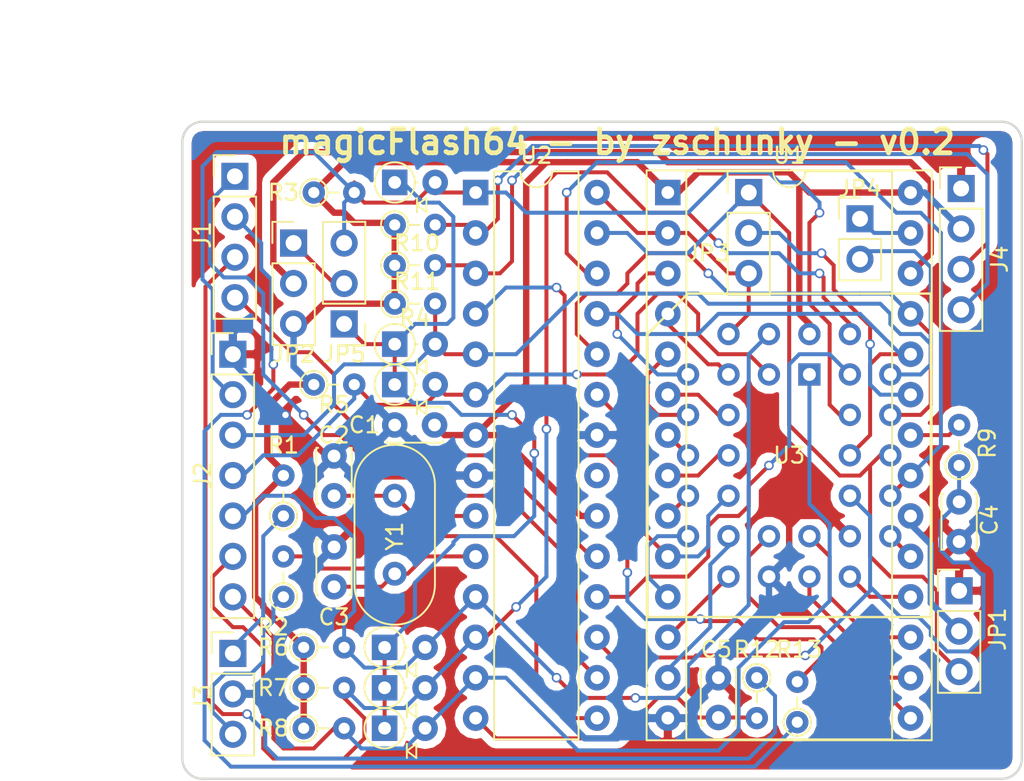
<source format=kicad_pcb>
(kicad_pcb (version 4) (host pcbnew 4.0.7-e2-6376~58~ubuntu16.04.1)
  (layers (0 F.Cu signal) (31 B.Cu signal) (34 B.Paste user) (35 F.Paste user) (36 B.SilkS user) (37 F.SilkS user) (38 B.Mask user) (39 F.Mask user) (44 Edge.Cuts user))
  (net 0 "")
  (net 1 GND)
  (net 2 "Net-(C2-Pad1)")
  (net 3 "Net-(C3-Pad1)")
  (net 4 LOROM)
  (net 5 SEL_A13)
  (net 6 SEL_A14)
  (net 7 SEL_A15)
  (net 8 SEL_A16)
  (net 9 SEL_A17)
  (net 10 SEL_A18)
  (net 11 OE)
  (net 12 RESET)
  (net 13 RESTORE)
  (net 14 WE)
  (net 15 "Net-(J3-Pad1)")
  (net 16 "Net-(J3-Pad3)")
  (net 17 A11)
  (net 18 A13)
  (net 19 A13_VCC)
  (net 20 VCC)
  (net 21 A11_A12)
  (net 22 A12)
  (net 23 ROM_A14)
  (net 24 LED)
  (net 25 D3)
  (net 26 D4)
  (net 27 A7)
  (net 28 D5)
  (net 29 A6)
  (net 30 D6)
  (net 31 A5)
  (net 32 D7)
  (net 33 A4)
  (net 34 A3)
  (net 35 A10)
  (net 36 A2)
  (net 37 A1)
  (net 38 A0)
  (net 39 A9)
  (net 40 D0)
  (net 41 A8)
  (net 42 D1)
  (net 43 D2)
  (net 44 RW)
  (net 45 GND_A11)
  (net 46 "Net-(J4-Pad3)")
  (net 47 "Net-(J4-Pad4)")
  (net 48 "Net-(C4-Pad1)")
  (net 49 "Net-(C5-Pad2)")
  (net 50 "Net-(J1-Pad2)")
  (net 51 GPIO)
  (module Sockets:PLCC32 (layer F.Cu) (at 100.965 90.17)
    (fp_text reference U3 (at 0 0) (layer F.SilkS))
    (fp_text value AM29F040)
    (pad 1 thru_hole rect (at 1.27 -5.08) (size 1.397 1.397) (drill 0.8128) (layers *.Cu *.Mask) (net 10 SEL_A18))
    (pad 2 thru_hole circle (at -1.27 -7.62) (size 1.397 1.397) (drill 0.8128) (layers *.Cu *.Mask) (net 8 SEL_A16))
    (pad 3 thru_hole circle (at -1.27 -5.08) (size 1.397 1.397) (drill 0.8128) (layers *.Cu *.Mask) (net 7 SEL_A15))
    (pad 4 thru_hole circle (at -3.81 -7.62) (size 1.397 1.397) (drill 0.8128) (layers *.Cu *.Mask) (net 22 A12))
    (pad 5 thru_hole circle (at -6.35 -5.08) (size 1.397 1.397) (drill 0.8128) (layers *.Cu *.Mask) (net 27 A7))
    (pad 6 thru_hole circle (at -3.81 -5.08) (size 1.397 1.397) (drill 0.8128) (layers *.Cu *.Mask) (net 29 A6))
    (pad 7 thru_hole circle (at -6.35 -2.54) (size 1.397 1.397) (drill 0.8128) (layers *.Cu *.Mask) (net 31 A5))
    (pad 8 thru_hole circle (at -3.81 -2.54) (size 1.397 1.397) (drill 0.8128) (layers *.Cu *.Mask) (net 33 A4))
    (pad 9 thru_hole circle (at -6.35 0) (size 1.397 1.397) (drill 0.8128) (layers *.Cu *.Mask) (net 34 A3))
    (pad 10 thru_hole circle (at -3.81 0) (size 1.397 1.397) (drill 0.8128) (layers *.Cu *.Mask) (net 36 A2))
    (pad 11 thru_hole circle (at -6.35 2.54) (size 1.397 1.397) (drill 0.8128) (layers *.Cu *.Mask) (net 37 A1))
    (pad 12 thru_hole circle (at -3.81 2.54) (size 1.397 1.397) (drill 0.8128) (layers *.Cu *.Mask) (net 38 A0))
    (pad 13 thru_hole circle (at -6.35 5.08) (size 1.397 1.397) (drill 0.8128) (layers *.Cu *.Mask) (net 40 D0))
    (pad 14 thru_hole circle (at -3.81 7.62) (size 1.397 1.397) (drill 0.8128) (layers *.Cu *.Mask) (net 42 D1))
    (pad 15 thru_hole circle (at -3.81 5.08) (size 1.397 1.397) (drill 0.8128) (layers *.Cu *.Mask) (net 43 D2))
    (pad 16 thru_hole circle (at -1.27 7.62) (size 1.397 1.397) (drill 0.8128) (layers *.Cu *.Mask) (net 1 GND))
    (pad 17 thru_hole circle (at -1.27 5.08) (size 1.397 1.397) (drill 0.8128) (layers *.Cu *.Mask) (net 25 D3))
    (pad 18 thru_hole circle (at 1.27 7.62) (size 1.397 1.397) (drill 0.8128) (layers *.Cu *.Mask) (net 26 D4))
    (pad 19 thru_hole circle (at 1.27 5.08) (size 1.397 1.397) (drill 0.8128) (layers *.Cu *.Mask) (net 28 D5))
    (pad 20 thru_hole circle (at 3.81 7.62) (size 1.397 1.397) (drill 0.8128) (layers *.Cu *.Mask) (net 30 D6))
    (pad 21 thru_hole circle (at 6.35 5.08) (size 1.397 1.397) (drill 0.8128) (layers *.Cu *.Mask) (net 32 D7))
    (pad 22 thru_hole circle (at 3.81 5.08) (size 1.397 1.397) (drill 0.8128) (layers *.Cu *.Mask) (net 1 GND))
    (pad 23 thru_hole circle (at 6.35 2.54) (size 1.397 1.397) (drill 0.8128) (layers *.Cu *.Mask) (net 35 A10))
    (pad 24 thru_hole circle (at 3.81 2.54) (size 1.397 1.397) (drill 0.8128) (layers *.Cu *.Mask) (net 48 "Net-(C4-Pad1)"))
    (pad 25 thru_hole circle (at 6.35 0) (size 1.397 1.397) (drill 0.8128) (layers *.Cu *.Mask) (net 17 A11))
    (pad 26 thru_hole circle (at 3.81 0) (size 1.397 1.397) (drill 0.8128) (layers *.Cu *.Mask) (net 39 A9))
    (pad 27 thru_hole circle (at 6.35 -2.54) (size 1.397 1.397) (drill 0.8128) (layers *.Cu *.Mask) (net 41 A8))
    (pad 28 thru_hole circle (at 3.81 -2.54) (size 1.397 1.397) (drill 0.8128) (layers *.Cu *.Mask) (net 5 SEL_A13))
    (pad 31 thru_hole circle (at 3.81 -5.08) (size 1.397 1.397) (drill 0.8128) (layers *.Cu *.Mask) (net 14 WE))
    (pad 32 thru_hole circle (at 1.27 -7.62) (size 1.397 1.397) (drill 0.8128) (layers *.Cu *.Mask) (net 20 VCC))
    (pad 29 thru_hole circle (at 6.35 -5.08) (size 1.397 1.397) (drill 0.8128) (layers *.Cu *.Mask) (net 6 SEL_A14))
    (pad 30 thru_hole circle (at 3.81 -7.62) (size 1.397 1.397) (drill 0.8128) (layers *.Cu *.Mask) (net 9 SEL_A17))
  )
  (module Capacitors_THT:C_Disc_D3.4mm_W2.1mm_P2.50mm (layer F.Cu) (at 76.2 88.265)
    (fp_text reference C1 (at -1.905 0) (layer F.SilkS))
    (fp_text value 100n)
    (pad 1 thru_hole circle (at 0 0) (size 1.6 1.6) (drill 0.8) (layers *.Cu *.Mask) (net 1 GND))
    (pad 2 thru_hole circle (at 2.5 0) (size 1.6 1.6) (drill 0.8) (layers *.Cu *.Mask) (net 20 VCC))
  )
  (module Capacitors_THT:C_Disc_D3.4mm_W2.1mm_P2.50mm (layer F.Cu) (at 72.39 92.71 90)
    (fp_text reference C2 (at 3.81 0 180) (layer F.SilkS))
    (fp_text value 22p)
    (pad 1 thru_hole circle (at 0 0 90) (size 1.6 1.6) (drill 0.8) (layers *.Cu *.Mask) (net 2 "Net-(C2-Pad1)"))
    (pad 2 thru_hole circle (at 2.5 0 90) (size 1.6 1.6) (drill 0.8) (layers *.Cu *.Mask) (net 1 GND))
  )
  (module Capacitors_THT:C_Disc_D3.4mm_W2.1mm_P2.50mm (layer F.Cu) (at 72.39 98.425 90)
    (fp_text reference C3 (at -1.905 0 180) (layer F.SilkS))
    (fp_text value 22p)
    (pad 1 thru_hole circle (at 0 0 90) (size 1.6 1.6) (drill 0.8) (layers *.Cu *.Mask) (net 3 "Net-(C3-Pad1)"))
    (pad 2 thru_hole circle (at 2.5 0 90) (size 1.6 1.6) (drill 0.8) (layers *.Cu *.Mask) (net 1 GND))
  )
  (module Crystals:Crystal_HC18-U_Vertical (layer F.Cu) (at 76.2 92.71 270)
    (fp_text reference Y1 (at 2.54 0 270) (layer F.SilkS))
    (fp_text value 20MHz)
    (pad 1 thru_hole circle (at 0 0 270) (size 1.5 1.5) (drill 0.8) (layers *.Cu *.Mask) (net 2 "Net-(C2-Pad1)"))
    (pad 2 thru_hole circle (at 4.9 0 270) (size 1.5 1.5) (drill 0.8) (layers *.Cu *.Mask) (net 3 "Net-(C3-Pad1)"))
  )
  (module Pin_Headers:Pin_Header_Straight_1x07_Pitch2.54mm (layer F.Cu) (at 66.04 83.82)
    (fp_text reference J2 (at -1.905 7.62 90) (layer F.SilkS))
    (fp_text value 1x7)
    (pad 1 thru_hole rect (at 0 0) (size 1.7 1.7) (drill 1) (layers *.Cu *.Mask) (net 1 GND))
    (pad 2 thru_hole oval (at 0 2.54) (size 1.7 1.7) (drill 1) (layers *.Cu *.Mask) (net 5 SEL_A13))
    (pad 3 thru_hole oval (at 0 5.08) (size 1.7 1.7) (drill 1) (layers *.Cu *.Mask) (net 6 SEL_A14))
    (pad 4 thru_hole oval (at 0 7.62) (size 1.7 1.7) (drill 1) (layers *.Cu *.Mask) (net 7 SEL_A15))
    (pad 5 thru_hole oval (at 0 10.16) (size 1.7 1.7) (drill 1) (layers *.Cu *.Mask) (net 8 SEL_A16))
    (pad 6 thru_hole oval (at 0 12.7) (size 1.7 1.7) (drill 1) (layers *.Cu *.Mask) (net 9 SEL_A17))
    (pad 7 thru_hole oval (at 0 15.24) (size 1.7 1.7) (drill 1) (layers *.Cu *.Mask) (net 10 SEL_A18))
  )
  (module Pin_Headers:Pin_Header_Straight_1x03_Pitch2.54mm (layer F.Cu) (at 66.04 102.616)
    (fp_text reference J3 (at -1.905 2.794 90) (layer F.SilkS))
    (fp_text value 1x3)
    (pad 1 thru_hole rect (at 0 0) (size 1.7 1.7) (drill 1) (layers *.Cu *.Mask) (net 15 "Net-(J3-Pad1)"))
    (pad 2 thru_hole oval (at 0 2.54) (size 1.7 1.7) (drill 1) (layers *.Cu *.Mask) (net 1 GND))
    (pad 3 thru_hole oval (at 0 5.08) (size 1.7 1.7) (drill 1) (layers *.Cu *.Mask) (net 16 "Net-(J3-Pad3)"))
  )
  (module Resistors_THT:R_Axial_DIN0204_L3.6mm_D1.6mm_P2.54mm_Vertical (layer F.Cu) (at 69.215 93.98 90)
    (fp_text reference R1 (at 4.445 0 180) (layer F.SilkS))
    (fp_text value 1k)
    (pad 1 thru_hole circle (at 0 0 90) (size 1.4 1.4) (drill 0.7) (layers *.Cu *.Mask) (net 15 "Net-(J3-Pad1)"))
    (pad 2 thru_hole oval (at 2.54 0 90) (size 1.4 1.4) (drill 0.7) (layers *.Cu *.Mask) (net 20 VCC))
  )
  (module Resistors_THT:R_Axial_DIN0204_L3.6mm_D1.6mm_P2.54mm_Vertical (layer F.Cu) (at 69.215 99.06 90)
    (fp_text reference R2 (at -1.905 -0.635 180) (layer F.SilkS))
    (fp_text value 1k)
    (pad 1 thru_hole circle (at 0 0 90) (size 1.4 1.4) (drill 0.7) (layers *.Cu *.Mask) (net 16 "Net-(J3-Pad3)"))
    (pad 2 thru_hole oval (at 2.54 0 90) (size 1.4 1.4) (drill 0.7) (layers *.Cu *.Mask) (net 24 LED))
  )
  (module Resistors_THT:R_Axial_DIN0204_L3.6mm_D1.6mm_P2.54mm_Vertical (layer F.Cu) (at 71.12 73.66)
    (fp_text reference R3 (at -1.905 0) (layer F.SilkS))
    (fp_text value 10k)
    (pad 1 thru_hole circle (at 0 0) (size 1.4 1.4) (drill 0.7) (layers *.Cu *.Mask) (net 20 VCC))
    (pad 2 thru_hole oval (at 2.54 0) (size 1.4 1.4) (drill 0.7) (layers *.Cu *.Mask) (net 5 SEL_A13))
  )
  (module Resistors_THT:R_Axial_DIN0204_L3.6mm_D1.6mm_P2.54mm_Vertical (layer F.Cu) (at 76.2 80.645)
    (fp_text reference R4 (at 1.27 0.889) (layer F.SilkS))
    (fp_text value 10k)
    (pad 1 thru_hole circle (at 0 0) (size 1.4 1.4) (drill 0.7) (layers *.Cu *.Mask) (net 20 VCC))
    (pad 2 thru_hole oval (at 2.54 0) (size 1.4 1.4) (drill 0.7) (layers *.Cu *.Mask) (net 6 SEL_A14))
  )
  (module Resistors_THT:R_Axial_DIN0204_L3.6mm_D1.6mm_P2.54mm_Vertical (layer F.Cu) (at 71.12 85.725)
    (fp_text reference R5 (at 1.27 1.27) (layer F.SilkS))
    (fp_text value 10K)
    (pad 1 thru_hole circle (at 0 0) (size 1.4 1.4) (drill 0.7) (layers *.Cu *.Mask) (net 20 VCC))
    (pad 2 thru_hole oval (at 2.54 0) (size 1.4 1.4) (drill 0.7) (layers *.Cu *.Mask) (net 7 SEL_A15))
  )
  (module Resistors_THT:R_Axial_DIN0204_L3.6mm_D1.6mm_P2.54mm_Vertical (layer F.Cu) (at 70.485 102.235)
    (fp_text reference R6 (at -1.905 0) (layer F.SilkS))
    (fp_text value 10K)
    (pad 1 thru_hole circle (at 0 0) (size 1.4 1.4) (drill 0.7) (layers *.Cu *.Mask) (net 20 VCC))
    (pad 2 thru_hole oval (at 2.54 0) (size 1.4 1.4) (drill 0.7) (layers *.Cu *.Mask) (net 8 SEL_A16))
  )
  (module Resistors_THT:R_Axial_DIN0204_L3.6mm_D1.6mm_P2.54mm_Vertical (layer F.Cu) (at 70.485 104.775)
    (fp_text reference R7 (at -1.905 0) (layer F.SilkS))
    (fp_text value 10K)
    (pad 1 thru_hole circle (at 0 0) (size 1.4 1.4) (drill 0.7) (layers *.Cu *.Mask) (net 20 VCC))
    (pad 2 thru_hole oval (at 2.54 0) (size 1.4 1.4) (drill 0.7) (layers *.Cu *.Mask) (net 9 SEL_A17))
  )
  (module Resistors_THT:R_Axial_DIN0204_L3.6mm_D1.6mm_P2.54mm_Vertical (layer F.Cu) (at 70.485 107.315)
    (fp_text reference R8 (at -1.905 0) (layer F.SilkS))
    (fp_text value 10K)
    (pad 1 thru_hole circle (at 0 0) (size 1.4 1.4) (drill 0.7) (layers *.Cu *.Mask) (net 20 VCC))
    (pad 2 thru_hole oval (at 2.54 0) (size 1.4 1.4) (drill 0.7) (layers *.Cu *.Mask) (net 10 SEL_A18))
  )
  (module Diodes_THT:D_DO-35_SOD27_P2.54mm_Vertical_AnodeUp (layer F.Cu) (at 76.2 73.025)
    (fp_text reference D1 hide)
    (fp_text value D hide)
    (pad 1 thru_hole rect (at 0 0) (size 1.6 1.6) (drill 0.8) (layers *.Cu *.Mask) (net 4 LOROM))
    (pad 2 thru_hole oval (at 2.54 0) (size 1.6 1.6) (drill 0.8) (layers *.Cu *.Mask) (net 5 SEL_A13))
  )
  (module Diodes_THT:D_DO-35_SOD27_P2.54mm_Vertical_AnodeUp (layer F.Cu) (at 76.2 83.185)
    (fp_text reference D2 hide)
    (fp_text value D hide)
    (pad 1 thru_hole rect (at 0 0) (size 1.6 1.6) (drill 0.8) (layers *.Cu *.Mask) (net 4 LOROM))
    (pad 2 thru_hole oval (at 2.54 0) (size 1.6 1.6) (drill 0.8) (layers *.Cu *.Mask) (net 6 SEL_A14))
  )
  (module Diodes_THT:D_DO-35_SOD27_P2.54mm_Vertical_AnodeUp (layer F.Cu) (at 76.2 85.725)
    (fp_text reference D3 hide)
    (fp_text value D hide)
    (pad 1 thru_hole rect (at 0 0) (size 1.6 1.6) (drill 0.8) (layers *.Cu *.Mask) (net 4 LOROM))
    (pad 2 thru_hole oval (at 2.54 0) (size 1.6 1.6) (drill 0.8) (layers *.Cu *.Mask) (net 7 SEL_A15))
  )
  (module Diodes_THT:D_DO-35_SOD27_P2.54mm_Vertical_AnodeUp (layer F.Cu) (at 75.565 102.235)
    (fp_text reference D4 hide)
    (fp_text value D hide)
    (pad 1 thru_hole rect (at 0 0) (size 1.6 1.6) (drill 0.8) (layers *.Cu *.Mask) (net 4 LOROM))
    (pad 2 thru_hole oval (at 2.54 0) (size 1.6 1.6) (drill 0.8) (layers *.Cu *.Mask) (net 8 SEL_A16))
  )
  (module Diodes_THT:D_DO-35_SOD27_P2.54mm_Vertical_AnodeUp (layer F.Cu) (at 75.565 104.775)
    (fp_text reference D5 hide)
    (fp_text value D hide)
    (pad 1 thru_hole rect (at 0 0) (size 1.6 1.6) (drill 0.8) (layers *.Cu *.Mask) (net 4 LOROM))
    (pad 2 thru_hole oval (at 2.54 0) (size 1.6 1.6) (drill 0.8) (layers *.Cu *.Mask) (net 9 SEL_A17))
  )
  (module Diodes_THT:D_DO-35_SOD27_P2.54mm_Vertical_AnodeUp (layer F.Cu) (at 75.565 107.315)
    (fp_text reference D6 hide)
    (fp_text value D hide)
    (pad 1 thru_hole rect (at 0 0) (size 1.6 1.6) (drill 0.8) (layers *.Cu *.Mask) (net 4 LOROM))
    (pad 2 thru_hole oval (at 2.54 0) (size 1.6 1.6) (drill 0.8) (layers *.Cu *.Mask) (net 10 SEL_A18))
  )
  (module Pin_Headers:Pin_Header_Straight_1x03_Pitch2.54mm (layer F.Cu) (at 111.633 98.679)
    (fp_text reference JP1 (at 2.413 2.413 90) (layer F.SilkS))
    (fp_text value 1x3)
    (pad 1 thru_hole rect (at 0 0) (size 1.7 1.7) (drill 1) (layers *.Cu *.Mask) (net 1 GND))
    (pad 2 thru_hole oval (at 0 2.54) (size 1.7 1.7) (drill 1) (layers *.Cu *.Mask) (net 45 GND_A11))
    (pad 3 thru_hole oval (at 0 5.08) (size 1.7 1.7) (drill 1) (layers *.Cu *.Mask) (net 17 A11))
  )
  (module Pin_Headers:Pin_Header_Straight_1x03_Pitch2.54mm (layer F.Cu) (at 69.85 76.835)
    (fp_text reference JP2 (at 0 6.985) (layer F.SilkS))
    (fp_text value 1x3)
    (pad 1 thru_hole rect (at 0 0) (size 1.7 1.7) (drill 1) (layers *.Cu *.Mask) (net 18 A13))
    (pad 2 thru_hole oval (at 0 2.54) (size 1.7 1.7) (drill 1) (layers *.Cu *.Mask) (net 19 A13_VCC))
    (pad 3 thru_hole oval (at 0 5.08) (size 1.7 1.7) (drill 1) (layers *.Cu *.Mask) (net 20 VCC))
  )
  (module Pin_Headers:Pin_Header_Straight_1x03_Pitch2.54mm (layer F.Cu) (at 98.425 73.66)
    (fp_text reference JP3 (at -2.54 3.81) (layer F.SilkS))
    (fp_text value 1x3)
    (pad 1 thru_hole rect (at 0 0) (size 1.7 1.7) (drill 1) (layers *.Cu *.Mask) (net 17 A11))
    (pad 2 thru_hole oval (at 0 2.54) (size 1.7 1.7) (drill 1) (layers *.Cu *.Mask) (net 21 A11_A12))
    (pad 3 thru_hole oval (at 0 5.08) (size 1.7 1.7) (drill 1) (layers *.Cu *.Mask) (net 22 A12))
  )
  (module Pin_Headers:Pin_Header_Straight_1x02_Pitch2.54mm (layer F.Cu) (at 105.41 75.311)
    (fp_text reference JP4 (at 0 -1.905) (layer F.SilkS))
    (fp_text value 1x2)
    (pad 1 thru_hole rect (at 0 0) (size 1.7 1.7) (drill 1) (layers *.Cu *.Mask) (net 23 ROM_A14))
    (pad 2 thru_hole oval (at 0 2.54) (size 1.7 1.7) (drill 1) (layers *.Cu *.Mask) (net 6 SEL_A14))
  )
  (module Pin_Headers:Pin_Header_Straight_1x03_Pitch2.54mm (layer F.Cu) (at 73.025 81.915 180)
    (fp_text reference JP5 (at 0 -1.905 180) (layer F.SilkS))
    (fp_text value 1x3)
    (pad 1 thru_hole rect (at 0 0 180) (size 1.7 1.7) (drill 1) (layers *.Cu *.Mask) (net 4 LOROM))
    (pad 2 thru_hole oval (at 0 2.54 180) (size 1.7 1.7) (drill 1) (layers *.Cu *.Mask) (net 18 A13))
    (pad 3 thru_hole oval (at 0 5.08 180) (size 1.7 1.7) (drill 1) (layers *.Cu *.Mask) (net 5 SEL_A13))
  )
  (module Housings_DIP:DIP-28_W15.24mm_Socket (layer F.Cu) (at 93.345 73.66)
    (fp_text reference U1 (at 7.62 -2.33) (layer F.SilkS))
    (fp_text value ROMSOCKET)
    (pad 1 thru_hole rect (at 0 0) (size 1.6 1.6) (drill 0.8) (layers *.Cu *.Mask) (net 20 VCC))
    (pad 15 thru_hole oval (at 15.24 33.02) (size 1.6 1.6) (drill 0.8) (layers *.Cu *.Mask) (net 25 D3))
    (pad 2 thru_hole oval (at 0 2.54) (size 1.6 1.6) (drill 0.8) (layers *.Cu *.Mask) (net 22 A12))
    (pad 16 thru_hole oval (at 15.24 30.48) (size 1.6 1.6) (drill 0.8) (layers *.Cu *.Mask) (net 26 D4))
    (pad 3 thru_hole oval (at 0 5.08) (size 1.6 1.6) (drill 0.8) (layers *.Cu *.Mask) (net 27 A7))
    (pad 17 thru_hole oval (at 15.24 27.94) (size 1.6 1.6) (drill 0.8) (layers *.Cu *.Mask) (net 28 D5))
    (pad 4 thru_hole oval (at 0 7.62) (size 1.6 1.6) (drill 0.8) (layers *.Cu *.Mask) (net 29 A6))
    (pad 18 thru_hole oval (at 15.24 25.4) (size 1.6 1.6) (drill 0.8) (layers *.Cu *.Mask) (net 30 D6))
    (pad 5 thru_hole oval (at 0 10.16) (size 1.6 1.6) (drill 0.8) (layers *.Cu *.Mask) (net 31 A5))
    (pad 19 thru_hole oval (at 15.24 22.86) (size 1.6 1.6) (drill 0.8) (layers *.Cu *.Mask) (net 32 D7))
    (pad 6 thru_hole oval (at 0 12.7) (size 1.6 1.6) (drill 0.8) (layers *.Cu *.Mask) (net 33 A4))
    (pad 20 thru_hole oval (at 15.24 20.32) (size 1.6 1.6) (drill 0.8) (layers *.Cu *.Mask) (net 45 GND_A11))
    (pad 7 thru_hole oval (at 0 15.24) (size 1.6 1.6) (drill 0.8) (layers *.Cu *.Mask) (net 34 A3))
    (pad 21 thru_hole oval (at 15.24 17.78) (size 1.6 1.6) (drill 0.8) (layers *.Cu *.Mask) (net 35 A10))
    (pad 8 thru_hole oval (at 0 17.78) (size 1.6 1.6) (drill 0.8) (layers *.Cu *.Mask) (net 36 A2))
    (pad 22 thru_hole oval (at 15.24 15.24) (size 1.6 1.6) (drill 0.8) (layers *.Cu *.Mask) (net 11 OE))
    (pad 9 thru_hole oval (at 0 20.32) (size 1.6 1.6) (drill 0.8) (layers *.Cu *.Mask) (net 37 A1))
    (pad 23 thru_hole oval (at 15.24 12.7) (size 1.6 1.6) (drill 0.8) (layers *.Cu *.Mask) (net 21 A11_A12))
    (pad 10 thru_hole oval (at 0 22.86) (size 1.6 1.6) (drill 0.8) (layers *.Cu *.Mask) (net 38 A0))
    (pad 24 thru_hole oval (at 15.24 10.16) (size 1.6 1.6) (drill 0.8) (layers *.Cu *.Mask) (net 39 A9))
    (pad 11 thru_hole oval (at 0 25.4) (size 1.6 1.6) (drill 0.8) (layers *.Cu *.Mask) (net 40 D0))
    (pad 25 thru_hole oval (at 15.24 7.62) (size 1.6 1.6) (drill 0.8) (layers *.Cu *.Mask) (net 41 A8))
    (pad 12 thru_hole oval (at 0 27.94) (size 1.6 1.6) (drill 0.8) (layers *.Cu *.Mask) (net 42 D1))
    (pad 26 thru_hole oval (at 15.24 5.08) (size 1.6 1.6) (drill 0.8) (layers *.Cu *.Mask) (net 19 A13_VCC))
    (pad 13 thru_hole oval (at 0 30.48) (size 1.6 1.6) (drill 0.8) (layers *.Cu *.Mask) (net 43 D2))
    (pad 27 thru_hole oval (at 15.24 2.54) (size 1.6 1.6) (drill 0.8) (layers *.Cu *.Mask) (net 23 ROM_A14))
    (pad 14 thru_hole oval (at 0 33.02) (size 1.6 1.6) (drill 0.8) (layers *.Cu *.Mask) (net 1 GND))
    (pad 28 thru_hole oval (at 15.24 0) (size 1.6 1.6) (drill 0.8) (layers *.Cu *.Mask) (net 20 VCC))
  )
  (module Housings_DIP:DIP-28_W7.62mm (layer F.Cu) (at 81.28 73.66)
    (fp_text reference U2 (at 3.81 -2.33) (layer F.SilkS))
    (fp_text value ATMEGA48-20PU)
    (pad 1 thru_hole rect (at 0 0) (size 1.6 1.6) (drill 0.8) (layers *.Cu *.Mask) (net 5 SEL_A13))
    (pad 15 thru_hole oval (at 7.62 33.02) (size 1.6 1.6) (drill 0.8) (layers *.Cu *.Mask) (net 24 LED))
    (pad 2 thru_hole oval (at 0 2.54) (size 1.6 1.6) (drill 0.8) (layers *.Cu *.Mask) (net 46 "Net-(J4-Pad3)"))
    (pad 16 thru_hole oval (at 7.62 30.48) (size 1.6 1.6) (drill 0.8) (layers *.Cu *.Mask) (net 12 RESET))
    (pad 3 thru_hole oval (at 0 5.08) (size 1.6 1.6) (drill 0.8) (layers *.Cu *.Mask) (net 47 "Net-(J4-Pad4)"))
    (pad 17 thru_hole oval (at 7.62 27.94) (size 1.6 1.6) (drill 0.8) (layers *.Cu *.Mask) (net 48 "Net-(C4-Pad1)"))
    (pad 4 thru_hole oval (at 0 7.62) (size 1.6 1.6) (drill 0.8) (layers *.Cu *.Mask) (net 13 RESTORE))
    (pad 18 thru_hole oval (at 7.62 25.4) (size 1.6 1.6) (drill 0.8) (layers *.Cu *.Mask) (net 14 WE))
    (pad 5 thru_hole oval (at 0 10.16) (size 1.6 1.6) (drill 0.8) (layers *.Cu *.Mask) (net 6 SEL_A14))
    (pad 19 thru_hole oval (at 7.62 22.86) (size 1.6 1.6) (drill 0.8) (layers *.Cu *.Mask) (net 51 GPIO))
    (pad 6 thru_hole oval (at 0 12.7) (size 1.6 1.6) (drill 0.8) (layers *.Cu *.Mask) (net 7 SEL_A15))
    (pad 20 thru_hole oval (at 7.62 20.32) (size 1.6 1.6) (drill 0.8) (layers *.Cu *.Mask) (net 20 VCC))
    (pad 7 thru_hole oval (at 0 15.24) (size 1.6 1.6) (drill 0.8) (layers *.Cu *.Mask) (net 20 VCC))
    (pad 21 thru_hole oval (at 7.62 17.78) (size 1.6 1.6) (drill 0.8) (layers *.Cu *.Mask))
    (pad 8 thru_hole oval (at 0 17.78) (size 1.6 1.6) (drill 0.8) (layers *.Cu *.Mask) (net 1 GND))
    (pad 22 thru_hole oval (at 7.62 15.24) (size 1.6 1.6) (drill 0.8) (layers *.Cu *.Mask) (net 1 GND))
    (pad 9 thru_hole oval (at 0 20.32) (size 1.6 1.6) (drill 0.8) (layers *.Cu *.Mask) (net 2 "Net-(C2-Pad1)"))
    (pad 23 thru_hole oval (at 7.62 12.7) (size 1.6 1.6) (drill 0.8) (layers *.Cu *.Mask) (net 38 A0))
    (pad 10 thru_hole oval (at 0 22.86) (size 1.6 1.6) (drill 0.8) (layers *.Cu *.Mask) (net 3 "Net-(C3-Pad1)"))
    (pad 24 thru_hole oval (at 7.62 10.16) (size 1.6 1.6) (drill 0.8) (layers *.Cu *.Mask) (net 41 A8))
    (pad 11 thru_hole oval (at 0 25.4) (size 1.6 1.6) (drill 0.8) (layers *.Cu *.Mask) (net 8 SEL_A16))
    (pad 25 thru_hole oval (at 7.62 7.62) (size 1.6 1.6) (drill 0.8) (layers *.Cu *.Mask) (net 39 A9))
    (pad 12 thru_hole oval (at 0 27.94) (size 1.6 1.6) (drill 0.8) (layers *.Cu *.Mask) (net 9 SEL_A17))
    (pad 26 thru_hole oval (at 7.62 5.08) (size 1.6 1.6) (drill 0.8) (layers *.Cu *.Mask) (net 35 A10))
    (pad 13 thru_hole oval (at 0 30.48) (size 1.6 1.6) (drill 0.8) (layers *.Cu *.Mask) (net 10 SEL_A18))
    (pad 27 thru_hole oval (at 7.62 2.54) (size 1.6 1.6) (drill 0.8) (layers *.Cu *.Mask) (net 17 A11))
    (pad 14 thru_hole oval (at 0 33.02) (size 1.6 1.6) (drill 0.8) (layers *.Cu *.Mask) (net 49 "Net-(C5-Pad2)"))
    (pad 28 thru_hole oval (at 7.62 0) (size 1.6 1.6) (drill 0.8) (layers *.Cu *.Mask) (net 22 A12))
  )
  (module Pin_Headers:Pin_Header_Straight_1x04_Pitch2.54mm (layer F.Cu) (at 111.76 73.406)
    (fp_text reference J4 (at 2.413 4.445 90) (layer F.SilkS))
    (fp_text value 1x4)
    (pad 1 thru_hole rect (at 0 0) (size 1.7 1.7) (drill 1) (layers *.Cu *.Mask) (net 1 GND))
    (pad 2 thru_hole oval (at 0 2.54) (size 1.7 1.7) (drill 1) (layers *.Cu *.Mask) (net 20 VCC))
    (pad 3 thru_hole oval (at 0 5.08) (size 1.7 1.7) (drill 1) (layers *.Cu *.Mask) (net 46 "Net-(J4-Pad3)"))
    (pad 4 thru_hole oval (at 0 7.62) (size 1.7 1.7) (drill 1) (layers *.Cu *.Mask) (net 47 "Net-(J4-Pad4)"))
  )
  (module Resistors_THT:R_Axial_DIN0204_L3.6mm_D1.6mm_P2.54mm_Vertical (layer F.Cu) (at 76.2 75.692)
    (fp_text reference R10 (at 1.397 1.143) (layer F.SilkS))
    (fp_text value 4.7K)
    (pad 1 thru_hole circle (at 0 0) (size 1.4 1.4) (drill 0.7) (layers *.Cu *.Mask) (net 20 VCC))
    (pad 2 thru_hole oval (at 2.54 0) (size 1.4 1.4) (drill 0.7) (layers *.Cu *.Mask) (net 46 "Net-(J4-Pad3)"))
  )
  (module Resistors_THT:R_Axial_DIN0204_L3.6mm_D1.6mm_P2.54mm_Vertical (layer F.Cu) (at 76.2 78.232)
    (fp_text reference R11 (at 1.397 1.016) (layer F.SilkS))
    (fp_text value 4.7K)
    (pad 1 thru_hole circle (at 0 0) (size 1.4 1.4) (drill 0.7) (layers *.Cu *.Mask) (net 20 VCC))
    (pad 2 thru_hole oval (at 2.54 0) (size 1.4 1.4) (drill 0.7) (layers *.Cu *.Mask) (net 47 "Net-(J4-Pad4)"))
  )
  (module Capacitors_THT:C_Disc_D3.4mm_W2.1mm_P2.50mm (layer F.Cu) (at 111.633 93.091 270)
    (fp_text reference C4 (at 1.143 -1.905 270) (layer F.SilkS))
    (fp_text value 220p)
    (pad 1 thru_hole circle (at 0 0 270) (size 1.6 1.6) (drill 0.8) (layers *.Cu *.Mask) (net 48 "Net-(C4-Pad1)"))
    (pad 2 thru_hole circle (at 2.5 0 270) (size 1.6 1.6) (drill 0.8) (layers *.Cu *.Mask) (net 1 GND))
  )
  (module Capacitors_THT:C_Disc_D3.4mm_W2.1mm_P2.50mm (layer F.Cu) (at 96.52 104.14 270)
    (fp_text reference C5 (at -1.778 0.127 360) (layer F.SilkS))
    (fp_text value 220p)
    (pad 1 thru_hole circle (at 0 0 270) (size 1.6 1.6) (drill 0.8) (layers *.Cu *.Mask) (net 1 GND))
    (pad 2 thru_hole circle (at 2.5 0 270) (size 1.6 1.6) (drill 0.8) (layers *.Cu *.Mask) (net 49 "Net-(C5-Pad2)"))
  )
  (module Resistors_THT:R_Axial_DIN0204_L3.6mm_D1.6mm_P2.54mm_Vertical (layer F.Cu) (at 111.633 90.805 90)
    (fp_text reference R9 (at 1.397 1.778 90) (layer F.SilkS))
    (fp_text value 100)
    (pad 1 thru_hole circle (at 0 0 90) (size 1.4 1.4) (drill 0.7) (layers *.Cu *.Mask) (net 48 "Net-(C4-Pad1)"))
    (pad 2 thru_hole oval (at 2.54 0 90) (size 1.4 1.4) (drill 0.7) (layers *.Cu *.Mask) (net 11 OE))
  )
  (module Resistors_THT:R_Axial_DIN0204_L3.6mm_D1.6mm_P2.54mm_Vertical (layer F.Cu) (at 98.933 104.14 270)
    (fp_text reference R12 (at -1.778 0 360) (layer F.SilkS))
    (fp_text value 100)
    (pad 1 thru_hole circle (at 0 0 270) (size 1.4 1.4) (drill 0.7) (layers *.Cu *.Mask) (net 44 RW))
    (pad 2 thru_hole oval (at 2.54 0 270) (size 1.4 1.4) (drill 0.7) (layers *.Cu *.Mask) (net 49 "Net-(C5-Pad2)"))
  )
  (module Pin_Headers:Pin_Header_Straight_1x04_Pitch2.54mm (layer F.Cu) (at 66.167 72.644)
    (fp_text reference J1 (at -2.032 3.683 90) (layer F.SilkS))
    (fp_text value 1x4)
    (pad 1 thru_hole rect (at 0 0) (size 1.7 1.7) (drill 1) (layers *.Cu *.Mask) (net 12 RESET))
    (pad 2 thru_hole oval (at 0 2.54) (size 1.7 1.7) (drill 1) (layers *.Cu *.Mask) (net 50 "Net-(J1-Pad2)"))
    (pad 3 thru_hole oval (at 0 5.08) (size 1.7 1.7) (drill 1) (layers *.Cu *.Mask) (net 44 RW))
    (pad 4 thru_hole oval (at 0 7.62) (size 1.7 1.7) (drill 1) (layers *.Cu *.Mask) (net 51 GPIO))
  )
  (module Resistors_THT:R_Axial_DIN0204_L3.6mm_D1.6mm_P2.54mm_Vertical (layer F.Cu) (at 101.473 106.934 90)
    (fp_text reference R13 (at 4.572 0.127 180) (layer F.SilkS))
    (fp_text value 270)
    (pad 1 thru_hole circle (at 0 0 90) (size 1.4 1.4) (drill 0.7) (layers *.Cu *.Mask) (net 50 "Net-(J1-Pad2)"))
    (pad 2 thru_hole oval (at 2.54 0 90) (size 1.4 1.4) (drill 0.7) (layers *.Cu *.Mask) (net 13 RESTORE))
  )
  (gr_text "magicFlash64 - by zschunky - v0.2" (at 90.17 70.485) (layer F.SilkS) (effects (font (size 1.5 1.5) (thickness 0.3))))
  (gr_arc (start 64.135 70.485) (end 62.865 70.485) (angle 90) (layer Edge.Cuts) (width 0.15))
  (gr_line (start 62.865 109.22) (end 62.865 70.485) (angle 90) (layer Edge.Cuts) (width 0.15))
  (gr_arc (start 64.135 109.22) (end 64.135 110.49) (angle 90) (layer Edge.Cuts) (width 0.15))
  (gr_line (start 114.3 110.49) (end 64.135 110.49) (angle 90) (layer Edge.Cuts) (width 0.15))
  (gr_arc (start 114.3 109.22) (end 115.57 109.22) (angle 90) (layer Edge.Cuts) (width 0.15))
  (gr_line (start 115.57 70.485) (end 115.57 109.22) (angle 90) (layer Edge.Cuts) (width 0.15))
  (gr_arc (start 114.3 70.485) (end 114.3 69.215) (angle 90) (layer Edge.Cuts) (width 0.15))
  (gr_line (start 64.135 69.215) (end 114.3 69.215) (angle 90) (layer Edge.Cuts) (width 0.15))
  (segment (start 93.345 106.68) (end 91.44 106.68) (width 0.4) (layer B.Cu) (net 1))
  (segment (start 88.138 107.95) (end 86.741 106.553) (width 0.4) (layer B.Cu) (net 1))
  (segment (start 90.17 107.95) (end 88.138 107.95) (width 0.4) (layer B.Cu) (net 1))
  (segment (start 91.44 106.68) (end 90.17 107.95) (width 0.4) (layer B.Cu) (net 1))
  (segment (start 99.695 97.79) (end 99.695 99.695) (width 0.4) (layer B.Cu) (net 1))
  (segment (start 96.52 102.87) (end 96.52 104.14) (width 0.4) (layer B.Cu) (net 1))
  (segment (start 99.695 99.695) (end 96.52 102.87) (width 0.4) (layer B.Cu) (net 1))
  (segment (start 66.04 83.82) (end 66.04 84.328) (width 0.4) (layer B.Cu) (net 1))
  (segment (start 66.04 84.328) (end 69.342 87.63) (width 0.4) (layer B.Cu) (net 1))
  (via (at 69.342 87.63) (size 0.6) (drill 0.4) (layers F.Cu B.Cu) (net 1))
  (segment (start 69.342 87.63) (end 71.922 90.21) (width 0.4) (layer F.Cu) (net 1))
  (segment (start 71.922 90.21) (end 72.39 90.21) (width 0.4) (layer F.Cu) (net 1))
  (segment (start 99.695 97.79) (end 100.965 96.52) (width 0.4) (layer F.Cu) (net 1))
  (segment (start 103.505 93.98) (end 104.775 95.25) (width 0.4) (layer F.Cu) (net 1))
  (segment (start 101.6 93.98) (end 103.505 93.98) (width 0.4) (layer F.Cu) (net 1))
  (segment (start 100.965 94.615) (end 101.6 93.98) (width 0.4) (layer F.Cu) (net 1))
  (segment (start 100.965 96.52) (end 100.965 94.615) (width 0.4) (layer F.Cu) (net 1))
  (segment (start 76.2 92.71) (end 72.39 92.71) (width 0.25) (layer F.Cu) (net 2))
  (segment (start 81.28 93.98) (end 77.47 93.98) (width 0.25) (layer F.Cu) (net 2))
  (segment (start 77.47 93.98) (end 76.2 92.71) (width 0.25) (layer F.Cu) (net 2))
  (segment (start 76.2 97.61) (end 77.015 97.61) (width 0.25) (layer F.Cu) (net 3))
  (segment (start 78.105 96.52) (end 81.28 96.52) (width 0.25) (layer F.Cu) (net 3))
  (segment (start 77.015 97.61) (end 78.105 96.52) (width 0.25) (layer F.Cu) (net 3))
  (segment (start 72.39 98.425) (end 75.385 98.425) (width 0.25) (layer F.Cu) (net 3))
  (segment (start 75.385 98.425) (end 76.2 97.61) (width 0.25) (layer F.Cu) (net 3))
  (segment (start 79.502 81.915) (end 79.883 81.534) (width 0.25) (layer B.Cu) (net 4))
  (segment (start 78.994 74.295) (end 78.613 74.295) (width 0.25) (layer B.Cu) (net 4))
  (segment (start 79.883 75.184) (end 78.994 74.295) (width 0.25) (layer B.Cu) (net 4))
  (segment (start 79.883 81.534) (end 79.883 75.184) (width 0.25) (layer B.Cu) (net 4))
  (segment (start 82.677 87.63) (end 83.566 87.63) (width 0.25) (layer B.Cu) (net 4))
  (via (at 83.566 87.63) (size 0.6) (drill 0.4) (layers F.Cu B.Cu) (net 4))
  (segment (start 84.963 90.043) (end 84.963 90.678) (width 0.25) (layer B.Cu) (net 4))
  (via (at 84.963 90.043) (size 0.6) (drill 0.4) (layers F.Cu B.Cu) (net 4))
  (segment (start 84.963 89.027) (end 84.963 90.043) (width 0.25) (layer F.Cu) (net 4))
  (segment (start 83.566 87.63) (end 84.963 89.027) (width 0.25) (layer F.Cu) (net 4))
  (segment (start 78.613 86.868) (end 79.629 86.868) (width 0.25) (layer B.Cu) (net 4))
  (segment (start 80.264 95.25) (end 79.883 95.631) (width 0.25) (layer B.Cu) (net 4))
  (segment (start 83.693 95.25) (end 80.264 95.25) (width 0.25) (layer B.Cu) (net 4))
  (segment (start 84.963 93.98) (end 83.693 95.25) (width 0.25) (layer B.Cu) (net 4))
  (segment (start 84.963 90.678) (end 84.963 93.98) (width 0.25) (layer B.Cu) (net 4))
  (segment (start 80.391 87.63) (end 82.677 87.63) (width 0.25) (layer B.Cu) (net 4))
  (segment (start 79.629 86.868) (end 80.391 87.63) (width 0.25) (layer B.Cu) (net 4))
  (segment (start 79.883 95.631) (end 79.883 95.758) (width 0.25) (layer B.Cu) (net 4))
  (segment (start 79.883 95.758) (end 79.502 96.139) (width 0.25) (layer B.Cu) (net 4))
  (segment (start 76.2 85.725) (end 77.343 86.868) (width 0.25) (layer B.Cu) (net 4))
  (segment (start 79.502 96.139) (end 77.47 98.171) (width 0.25) (layer B.Cu) (net 4))
  (segment (start 77.343 86.868) (end 78.613 86.868) (width 0.25) (layer B.Cu) (net 4))
  (segment (start 76.2 73.025) (end 76.708 73.025) (width 0.25) (layer B.Cu) (net 4))
  (segment (start 76.708 73.025) (end 77.978 74.295) (width 0.25) (layer B.Cu) (net 4))
  (segment (start 77.978 74.295) (end 78.613 74.295) (width 0.25) (layer B.Cu) (net 4))
  (segment (start 76.2 83.185) (end 77.47 81.915) (width 0.25) (layer B.Cu) (net 4))
  (segment (start 77.47 81.915) (end 79.502 81.915) (width 0.25) (layer B.Cu) (net 4))
  (segment (start 76.2 83.185) (end 74.295 83.185) (width 0.25) (layer F.Cu) (net 4))
  (segment (start 74.295 83.185) (end 73.025 81.915) (width 0.25) (layer F.Cu) (net 4))
  (segment (start 76.2 85.725) (end 76.2 86.36) (width 0.25) (layer B.Cu) (net 4))
  (segment (start 77.47 100.33) (end 75.565 102.235) (width 0.25) (layer B.Cu) (net 4))
  (segment (start 77.47 98.171) (end 77.47 100.33) (width 0.25) (layer B.Cu) (net 4))
  (segment (start 76.2 83.185) (end 76.2 85.725) (width 0.25) (layer F.Cu) (net 4))
  (segment (start 75.565 104.775) (end 75.565 102.235) (width 0.25) (layer F.Cu) (net 4))
  (segment (start 75.565 107.315) (end 75.565 104.775) (width 0.25) (layer F.Cu) (net 4))
  (segment (start 64.135 72.517) (end 64.135 72.009) (width 0.25) (layer B.Cu) (net 5))
  (segment (start 65.024 71.12) (end 66.294 71.12) (width 0.25) (layer B.Cu) (net 5))
  (segment (start 64.135 72.009) (end 65.024 71.12) (width 0.25) (layer B.Cu) (net 5))
  (segment (start 64.77 79.883) (end 64.77 79.756) (width 0.25) (layer B.Cu) (net 5))
  (segment (start 64.135 79.121) (end 64.135 72.517) (width 0.25) (layer B.Cu) (net 5))
  (segment (start 64.77 79.756) (end 64.135 79.121) (width 0.25) (layer B.Cu) (net 5))
  (segment (start 66.04 86.36) (end 65.913 86.36) (width 0.25) (layer B.Cu) (net 5))
  (segment (start 65.913 86.36) (end 64.77 85.217) (width 0.25) (layer B.Cu) (net 5))
  (segment (start 64.77 85.217) (end 64.77 80.899) (width 0.25) (layer B.Cu) (net 5))
  (segment (start 73.66 73.66) (end 74.295 74.295) (width 0.25) (layer F.Cu) (net 5))
  (segment (start 77.47 74.295) (end 78.74 73.025) (width 0.25) (layer F.Cu) (net 5))
  (segment (start 74.295 74.295) (end 77.47 74.295) (width 0.25) (layer F.Cu) (net 5))
  (segment (start 71.12 71.12) (end 73.66 73.66) (width 0.25) (layer B.Cu) (net 5))
  (segment (start 66.294 71.12) (end 71.12 71.12) (width 0.25) (layer B.Cu) (net 5))
  (segment (start 64.77 80.899) (end 64.77 79.883) (width 0.25) (layer B.Cu) (net 5))
  (segment (start 73.66 73.025) (end 73.66 73.66) (width 0.25) (layer F.Cu) (net 5))
  (segment (start 73.025 76.835) (end 73.025 74.295) (width 0.25) (layer B.Cu) (net 5))
  (segment (start 73.025 74.295) (end 73.66 73.66) (width 0.25) (layer B.Cu) (net 5))
  (segment (start 102.87 81.28) (end 102.235 80.645) (width 0.25) (layer F.Cu) (net 5))
  (segment (start 102.87 74.93) (end 102.87 74.295) (width 0.25) (layer B.Cu) (net 5))
  (via (at 102.87 74.93) (size 0.6) (drill 0.4) (layers F.Cu B.Cu) (net 5))
  (segment (start 102.235 75.565) (end 102.87 74.93) (width 0.25) (layer F.Cu) (net 5))
  (segment (start 102.235 80.645) (end 102.235 75.565) (width 0.25) (layer F.Cu) (net 5))
  (segment (start 102.87 74.295) (end 101.6 73.025) (width 0.25) (layer B.Cu) (net 5))
  (segment (start 101.6 73.025) (end 100.33 73.025) (width 0.25) (layer B.Cu) (net 5))
  (segment (start 103.505 81.915) (end 102.87 81.28) (width 0.25) (layer F.Cu) (net 5))
  (segment (start 100.33 73.025) (end 99.695 72.39) (width 0.25) (layer B.Cu) (net 5))
  (segment (start 94.615 74.93) (end 93.98 74.93) (width 0.25) (layer B.Cu) (net 5))
  (segment (start 97.155 72.39) (end 94.615 74.93) (width 0.25) (layer B.Cu) (net 5))
  (segment (start 99.695 72.39) (end 97.155 72.39) (width 0.25) (layer B.Cu) (net 5))
  (segment (start 81.28 73.66) (end 78.74 73.66) (width 0.25) (layer F.Cu) (net 5))
  (segment (start 103.505 82.55) (end 103.505 81.915) (width 0.25) (layer F.Cu) (net 5))
  (segment (start 104.775 87.63) (end 104.14 87.63) (width 0.25) (layer F.Cu) (net 5))
  (segment (start 104.14 87.63) (end 103.505 86.995) (width 0.25) (layer F.Cu) (net 5))
  (segment (start 103.505 86.995) (end 103.505 82.55) (width 0.25) (layer F.Cu) (net 5))
  (segment (start 93.98 74.93) (end 84.455 74.93) (width 0.25) (layer B.Cu) (net 5))
  (segment (start 84.455 74.93) (end 83.185 73.66) (width 0.25) (layer B.Cu) (net 5))
  (segment (start 83.185 73.66) (end 81.28 73.66) (width 0.25) (layer B.Cu) (net 5))
  (segment (start 109.855 78.74) (end 109.855 78.359) (width 0.25) (layer B.Cu) (net 6))
  (segment (start 108.839 77.343) (end 105.918 77.343) (width 0.25) (layer B.Cu) (net 6))
  (segment (start 109.855 78.359) (end 108.839 77.343) (width 0.25) (layer B.Cu) (net 6))
  (segment (start 105.918 77.343) (end 105.41 77.851) (width 0.25) (layer B.Cu) (net 6))
  (segment (start 92.075 80.01) (end 87.63 80.01) (width 0.25) (layer B.Cu) (net 6))
  (segment (start 66.04 88.9) (end 70.485 88.9) (width 0.25) (layer B.Cu) (net 6))
  (segment (start 72.39 86.995) (end 72.39 86.36) (width 0.25) (layer B.Cu) (net 6))
  (segment (start 70.485 88.9) (end 72.39 86.995) (width 0.25) (layer B.Cu) (net 6))
  (segment (start 78.74 83.185) (end 77.47 84.455) (width 0.25) (layer B.Cu) (net 6))
  (segment (start 72.39 85.09) (end 72.39 86.36) (width 0.25) (layer B.Cu) (net 6))
  (segment (start 73.025 84.455) (end 72.39 85.09) (width 0.25) (layer B.Cu) (net 6))
  (segment (start 77.47 84.455) (end 73.025 84.455) (width 0.25) (layer B.Cu) (net 6))
  (segment (start 78.74 80.645) (end 78.74 83.185) (width 0.25) (layer F.Cu) (net 6))
  (segment (start 109.855 83.185) (end 109.855 78.74) (width 0.25) (layer B.Cu) (net 6))
  (segment (start 104.775 80.645) (end 106.68 80.645) (width 0.25) (layer B.Cu) (net 6))
  (segment (start 107.315 81.915) (end 107.95 82.55) (width 0.25) (layer B.Cu) (net 6))
  (segment (start 107.315 81.28) (end 107.315 81.915) (width 0.25) (layer B.Cu) (net 6))
  (segment (start 106.68 80.645) (end 107.315 81.28) (width 0.25) (layer B.Cu) (net 6))
  (segment (start 97.79 80.645) (end 95.885 80.645) (width 0.25) (layer B.Cu) (net 6))
  (segment (start 95.885 80.645) (end 95.25 80.01) (width 0.25) (layer B.Cu) (net 6))
  (segment (start 81.28 83.82) (end 79.375 83.82) (width 0.25) (layer F.Cu) (net 6))
  (segment (start 79.375 83.82) (end 78.74 83.185) (width 0.25) (layer F.Cu) (net 6))
  (segment (start 104.775 80.645) (end 97.79 80.645) (width 0.25) (layer B.Cu) (net 6))
  (segment (start 109.22 85.09) (end 109.855 84.455) (width 0.25) (layer B.Cu) (net 6))
  (segment (start 107.315 85.09) (end 109.22 85.09) (width 0.25) (layer B.Cu) (net 6))
  (segment (start 109.22 82.55) (end 107.95 82.55) (width 0.25) (layer B.Cu) (net 6))
  (segment (start 109.855 83.185) (end 109.22 82.55) (width 0.25) (layer B.Cu) (net 6))
  (segment (start 109.855 84.455) (end 109.855 83.185) (width 0.25) (layer B.Cu) (net 6))
  (segment (start 95.25 80.01) (end 92.075 80.01) (width 0.25) (layer B.Cu) (net 6))
  (segment (start 83.82 83.82) (end 81.28 83.82) (width 0.25) (layer B.Cu) (net 6))
  (segment (start 87.63 80.01) (end 83.82 83.82) (width 0.25) (layer B.Cu) (net 6))
  (segment (start 68.834 90.17) (end 70.104 90.17) (width 0.25) (layer B.Cu) (net 7))
  (segment (start 70.104 90.17) (end 73.66 86.614) (width 0.25) (layer B.Cu) (net 7))
  (segment (start 66.04 91.44) (end 66.675 91.44) (width 0.25) (layer B.Cu) (net 7))
  (segment (start 66.675 91.44) (end 67.945 90.17) (width 0.25) (layer B.Cu) (net 7))
  (segment (start 67.945 90.17) (end 68.834 90.17) (width 0.25) (layer B.Cu) (net 7))
  (segment (start 73.66 86.614) (end 73.66 85.725) (width 0.25) (layer B.Cu) (net 7))
  (segment (start 73.66 85.725) (end 74.93 86.995) (width 0.25) (layer F.Cu) (net 7))
  (segment (start 78.105 86.995) (end 78.74 86.36) (width 0.25) (layer F.Cu) (net 7))
  (segment (start 74.93 86.995) (end 78.105 86.995) (width 0.25) (layer F.Cu) (net 7))
  (segment (start 78.74 86.36) (end 78.74 85.725) (width 0.25) (layer F.Cu) (net 7))
  (segment (start 73.66 86.36) (end 73.66 85.725) (width 0.25) (layer B.Cu) (net 7))
  (segment (start 88.9 85.09) (end 87.63 85.09) (width 0.25) (layer F.Cu) (net 7))
  (segment (start 87.63 85.09) (end 83.82 85.09) (width 0.25) (layer B.Cu) (net 7))
  (via (at 87.63 85.09) (size 0.6) (drill 0.4) (layers F.Cu B.Cu) (net 7))
  (segment (start 81.28 86.36) (end 79.375 86.36) (width 0.25) (layer F.Cu) (net 7))
  (segment (start 79.375 86.36) (end 78.74 85.725) (width 0.25) (layer F.Cu) (net 7))
  (segment (start 99.695 85.09) (end 98.425 83.82) (width 0.25) (layer F.Cu) (net 7))
  (segment (start 83.185 85.09) (end 81.915 86.36) (width 0.25) (layer B.Cu) (net 7))
  (segment (start 83.82 85.09) (end 83.185 85.09) (width 0.25) (layer B.Cu) (net 7))
  (segment (start 90.17 85.09) (end 88.9 85.09) (width 0.25) (layer F.Cu) (net 7))
  (segment (start 91.44 83.82) (end 90.17 85.09) (width 0.25) (layer F.Cu) (net 7))
  (segment (start 91.44 81.28) (end 91.44 83.82) (width 0.25) (layer F.Cu) (net 7))
  (segment (start 92.71 80.01) (end 91.44 81.28) (width 0.25) (layer F.Cu) (net 7))
  (segment (start 93.98 80.01) (end 92.71 80.01) (width 0.25) (layer F.Cu) (net 7))
  (segment (start 95.25 81.28) (end 93.98 80.01) (width 0.25) (layer F.Cu) (net 7))
  (segment (start 95.25 82.55) (end 95.25 81.28) (width 0.25) (layer F.Cu) (net 7))
  (segment (start 96.52 83.82) (end 95.25 82.55) (width 0.25) (layer F.Cu) (net 7))
  (segment (start 98.425 83.82) (end 96.52 83.82) (width 0.25) (layer F.Cu) (net 7))
  (segment (start 81.915 86.36) (end 81.28 86.36) (width 0.25) (layer B.Cu) (net 7))
  (segment (start 94.615 103.505) (end 94.615 103.378) (width 0.25) (layer B.Cu) (net 8))
  (segment (start 98.425 99.568) (end 98.425 98.425) (width 0.25) (layer B.Cu) (net 8))
  (segment (start 94.615 103.378) (end 98.425 99.568) (width 0.25) (layer B.Cu) (net 8))
  (segment (start 93.218 105.41) (end 91.313 105.41) (width 0.25) (layer B.Cu) (net 8))
  (segment (start 91.313 105.41) (end 90.297 105.41) (width 0.25) (layer F.Cu) (net 8))
  (via (at 91.313 105.41) (size 0.6) (drill 0.4) (layers F.Cu B.Cu) (net 8))
  (segment (start 93.726 105.41) (end 93.853 105.41) (width 0.25) (layer B.Cu) (net 8))
  (segment (start 94.615 104.648) (end 94.615 103.505) (width 0.25) (layer B.Cu) (net 8))
  (segment (start 93.853 105.41) (end 94.615 104.648) (width 0.25) (layer B.Cu) (net 8))
  (segment (start 93.726 105.41) (end 93.218 105.41) (width 0.25) (layer B.Cu) (net 8))
  (segment (start 99.695 82.55) (end 98.425 83.82) (width 0.25) (layer B.Cu) (net 8))
  (segment (start 98.425 83.82) (end 98.425 91.44) (width 0.25) (layer B.Cu) (net 8))
  (segment (start 98.425 98.425) (end 98.425 91.44) (width 0.25) (layer B.Cu) (net 8))
  (segment (start 86.36 104.14) (end 84.582 102.362) (width 0.25) (layer B.Cu) (net 8))
  (via (at 86.36 104.14) (size 0.6) (drill 0.4) (layers F.Cu B.Cu) (net 8))
  (segment (start 87.63 105.41) (end 86.36 104.14) (width 0.25) (layer F.Cu) (net 8))
  (segment (start 88.011 105.41) (end 87.63 105.41) (width 0.25) (layer F.Cu) (net 8))
  (segment (start 90.297 105.41) (end 88.011 105.41) (width 0.25) (layer F.Cu) (net 8))
  (segment (start 73.025 102.235) (end 73.025 100.584) (width 0.25) (layer B.Cu) (net 8))
  (segment (start 71.247 94.107) (end 70.231 93.091) (width 0.25) (layer B.Cu) (net 8))
  (segment (start 72.39 94.107) (end 71.247 94.107) (width 0.25) (layer B.Cu) (net 8))
  (segment (start 73.66 95.377) (end 72.39 94.107) (width 0.25) (layer B.Cu) (net 8))
  (segment (start 73.66 99.949) (end 73.66 95.377) (width 0.25) (layer B.Cu) (net 8))
  (segment (start 73.025 100.584) (end 73.66 99.949) (width 0.25) (layer B.Cu) (net 8))
  (segment (start 73.025 102.235) (end 74.295 103.505) (width 0.25) (layer B.Cu) (net 8))
  (segment (start 76.835 103.505) (end 78.105 102.235) (width 0.25) (layer B.Cu) (net 8))
  (segment (start 74.295 103.505) (end 76.835 103.505) (width 0.25) (layer B.Cu) (net 8))
  (segment (start 78.105 102.235) (end 81.28 99.06) (width 0.25) (layer B.Cu) (net 8))
  (segment (start 66.04 93.98) (end 66.675 93.98) (width 0.25) (layer B.Cu) (net 8))
  (segment (start 66.675 93.98) (end 67.945 92.71) (width 0.25) (layer B.Cu) (net 8))
  (segment (start 69.85 92.71) (end 70.231 93.091) (width 0.25) (layer B.Cu) (net 8))
  (segment (start 67.945 92.71) (end 69.85 92.71) (width 0.25) (layer B.Cu) (net 8))
  (segment (start 84.582 102.362) (end 81.28 99.06) (width 0.25) (layer B.Cu) (net 8))
  (segment (start 85.725 92.583) (end 85.725 88.519) (width 0.25) (layer B.Cu) (net 9))
  (segment (start 85.725 88.519) (end 85.725 87.503) (width 0.25) (layer F.Cu) (net 9))
  (via (at 85.725 88.519) (size 0.6) (drill 0.4) (layers F.Cu B.Cu) (net 9))
  (segment (start 104.775 82.55) (end 104.775 81.915) (width 0.25) (layer F.Cu) (net 9))
  (segment (start 104.775 81.915) (end 103.124 80.264) (width 0.25) (layer F.Cu) (net 9))
  (via (at 102.87 78.74) (size 0.6) (drill 0.4) (layers F.Cu B.Cu) (net 9))
  (segment (start 103.124 78.994) (end 102.87 78.74) (width 0.25) (layer F.Cu) (net 9))
  (segment (start 103.124 80.264) (end 103.124 78.994) (width 0.25) (layer F.Cu) (net 9))
  (segment (start 102.87 78.74) (end 102.362 78.74) (width 0.25) (layer B.Cu) (net 9))
  (segment (start 73.025 104.775) (end 74.295 106.045) (width 0.25) (layer B.Cu) (net 9))
  (segment (start 76.835 106.045) (end 78.105 104.775) (width 0.25) (layer B.Cu) (net 9))
  (segment (start 74.295 106.045) (end 76.835 106.045) (width 0.25) (layer B.Cu) (net 9))
  (segment (start 78.105 104.775) (end 81.28 101.6) (width 0.25) (layer B.Cu) (net 9))
  (segment (start 68.58 109.22) (end 67.945 108.585) (width 0.25) (layer F.Cu) (net 9))
  (segment (start 66.04 100.965) (end 64.77 99.695) (width 0.25) (layer F.Cu) (net 9))
  (segment (start 66.675 100.965) (end 66.04 100.965) (width 0.25) (layer F.Cu) (net 9))
  (segment (start 67.945 102.235) (end 66.675 100.965) (width 0.25) (layer F.Cu) (net 9))
  (segment (start 67.945 108.585) (end 67.945 102.235) (width 0.25) (layer F.Cu) (net 9))
  (segment (start 83.185 100.33) (end 83.82 99.695) (width 0.25) (layer F.Cu) (net 9))
  (segment (start 83.82 99.695) (end 85.725 97.79) (width 0.25) (layer B.Cu) (net 9))
  (via (at 83.82 99.695) (size 0.6) (drill 0.4) (layers F.Cu B.Cu) (net 9))
  (segment (start 85.725 97.79) (end 85.725 97.155) (width 0.25) (layer B.Cu) (net 9))
  (segment (start 73.025 104.775) (end 73.025 105.41) (width 0.25) (layer F.Cu) (net 9))
  (segment (start 73.025 105.41) (end 74.295 106.68) (width 0.25) (layer F.Cu) (net 9))
  (segment (start 74.295 106.68) (end 74.295 107.95) (width 0.25) (layer F.Cu) (net 9))
  (segment (start 74.295 107.95) (end 73.025 109.22) (width 0.25) (layer F.Cu) (net 9))
  (segment (start 73.025 109.22) (end 68.58 109.22) (width 0.25) (layer F.Cu) (net 9))
  (segment (start 64.77 99.695) (end 64.77 97.79) (width 0.25) (layer F.Cu) (net 9))
  (segment (start 64.77 97.79) (end 66.04 96.52) (width 0.25) (layer F.Cu) (net 9))
  (segment (start 85.725 83.82) (end 85.725 87.503) (width 0.25) (layer F.Cu) (net 9))
  (segment (start 86.36 72.39) (end 85.725 73.025) (width 0.25) (layer F.Cu) (net 9))
  (segment (start 85.725 73.025) (end 85.725 83.82) (width 0.25) (layer F.Cu) (net 9))
  (segment (start 102.362 78.74) (end 101.6 78.74) (width 0.25) (layer B.Cu) (net 9))
  (segment (start 89.535 72.39) (end 87.63 72.39) (width 0.25) (layer F.Cu) (net 9))
  (segment (start 92.075 74.93) (end 89.535 72.39) (width 0.25) (layer F.Cu) (net 9))
  (segment (start 94.615 74.93) (end 92.075 74.93) (width 0.25) (layer F.Cu) (net 9))
  (segment (start 96.52 76.835) (end 94.615 74.93) (width 0.25) (layer F.Cu) (net 9))
  (via (at 96.52 76.835) (size 0.6) (drill 0.4) (layers F.Cu B.Cu) (net 9))
  (segment (start 97.155 77.47) (end 96.52 76.835) (width 0.25) (layer B.Cu) (net 9))
  (segment (start 100.33 77.47) (end 97.155 77.47) (width 0.25) (layer B.Cu) (net 9))
  (segment (start 101.6 78.74) (end 100.33 77.47) (width 0.25) (layer B.Cu) (net 9))
  (segment (start 87.63 72.39) (end 86.36 72.39) (width 0.25) (layer F.Cu) (net 9))
  (segment (start 85.725 92.583) (end 85.725 97.155) (width 0.25) (layer B.Cu) (net 9))
  (segment (start 102.87 78.74) (end 102.362 78.74) (width 0.25) (layer B.Cu) (net 9))
  (segment (start 83.185 100.33) (end 81.915 101.6) (width 0.25) (layer F.Cu) (net 9))
  (segment (start 85.725 97.155) (end 85.725 97.79) (width 0.25) (layer B.Cu) (net 9))
  (segment (start 81.915 101.6) (end 81.28 101.6) (width 0.25) (layer F.Cu) (net 9))
  (segment (start 87.122 108.077) (end 87.122 108.134998) (width 0.25) (layer B.Cu) (net 10))
  (segment (start 96.52 108.712) (end 97.409 107.823) (width 0.25) (layer B.Cu) (net 10))
  (segment (start 87.699002 108.712) (end 96.52 108.712) (width 0.25) (layer B.Cu) (net 10))
  (segment (start 87.122 108.134998) (end 87.699002 108.712) (width 0.25) (layer B.Cu) (net 10))
  (segment (start 86.995 107.95) (end 87.122 108.077) (width 0.25) (layer B.Cu) (net 10))
  (segment (start 81.28 104.14) (end 83.185 104.14) (width 0.25) (layer B.Cu) (net 10))
  (segment (start 83.185 104.14) (end 86.995 107.95) (width 0.25) (layer B.Cu) (net 10))
  (segment (start 97.409 107.823) (end 97.79 107.442) (width 0.25) (layer B.Cu) (net 10))
  (segment (start 101.346 100.6475) (end 100.6475 100.6475) (width 0.25) (layer B.Cu) (net 10))
  (segment (start 100.6475 100.6475) (end 97.79 103.505) (width 0.25) (layer B.Cu) (net 10))
  (segment (start 101.346 100.6475) (end 102.1715 100.6475) (width 0.25) (layer B.Cu) (net 10))
  (segment (start 103.505 94.488) (end 102.235 93.218) (width 0.25) (layer B.Cu) (net 10))
  (segment (start 103.505 99.314) (end 103.505 94.488) (width 0.25) (layer B.Cu) (net 10))
  (segment (start 102.1715 100.6475) (end 103.505 99.314) (width 0.25) (layer B.Cu) (net 10))
  (segment (start 97.79 107.442) (end 97.79 103.505) (width 0.25) (layer B.Cu) (net 10))
  (segment (start 102.235 85.09) (end 102.235 93.218) (width 0.25) (layer B.Cu) (net 10))
  (segment (start 73.025 107.315) (end 73.025 107.499998) (width 0.25) (layer B.Cu) (net 10))
  (segment (start 73.025 107.499998) (end 74.110002 108.585) (width 0.25) (layer B.Cu) (net 10))
  (segment (start 76.835 108.585) (end 78.105 107.315) (width 0.25) (layer B.Cu) (net 10))
  (segment (start 74.110002 108.585) (end 76.835 108.585) (width 0.25) (layer B.Cu) (net 10))
  (segment (start 78.105 107.315) (end 81.28 104.14) (width 0.25) (layer B.Cu) (net 10))
  (segment (start 73.025 107.315) (end 72.39 107.315) (width 0.25) (layer F.Cu) (net 10))
  (segment (start 72.39 107.315) (end 71.12 108.585) (width 0.25) (layer F.Cu) (net 10))
  (segment (start 71.12 108.585) (end 69.215 108.585) (width 0.25) (layer F.Cu) (net 10))
  (segment (start 69.215 108.585) (end 68.58 107.95) (width 0.25) (layer F.Cu) (net 10))
  (segment (start 68.58 107.95) (end 68.58 101.6) (width 0.25) (layer F.Cu) (net 10))
  (segment (start 68.58 101.6) (end 66.04 99.06) (width 0.25) (layer F.Cu) (net 10))
  (segment (start 108.585 88.9) (end 110.998 88.9) (width 0.25) (layer F.Cu) (net 11))
  (segment (start 110.998 88.9) (end 111.633 88.265) (width 0.25) (layer F.Cu) (net 11))
  (segment (start 87.63 98.425) (end 87.63 97.155) (width 0.25) (layer F.Cu) (net 12))
  (segment (start 87.63 97.155) (end 85.471 94.996) (width 0.25) (layer F.Cu) (net 12))
  (segment (start 77.597 91.567) (end 75.438 91.567) (width 0.25) (layer F.Cu) (net 12))
  (segment (start 77.597 91.567) (end 78.74 92.71) (width 0.25) (layer F.Cu) (net 12))
  (segment (start 78.74 92.71) (end 83.185 92.71) (width 0.25) (layer F.Cu) (net 12))
  (segment (start 83.185 92.71) (end 85.471 94.996) (width 0.25) (layer F.Cu) (net 12))
  (segment (start 66.929 78.994) (end 65.474002 78.994) (width 0.25) (layer B.Cu) (net 12))
  (segment (start 65.474002 78.994) (end 64.585002 78.105) (width 0.25) (layer B.Cu) (net 12))
  (segment (start 64.585002 78.105) (end 64.585002 76.638998) (width 0.25) (layer B.Cu) (net 12))
  (segment (start 67.945 81.915) (end 67.945 85.09) (width 0.25) (layer B.Cu) (net 12))
  (segment (start 67.945 85.09) (end 70.485 87.63) (width 0.25) (layer B.Cu) (net 12))
  (via (at 70.485 87.63) (size 0.6) (drill 0.4) (layers F.Cu B.Cu) (net 12))
  (segment (start 70.485 87.63) (end 71.755 88.9) (width 0.25) (layer F.Cu) (net 12))
  (segment (start 71.755 88.9) (end 72.771 88.9) (width 0.25) (layer F.Cu) (net 12))
  (segment (start 67.945 81.915) (end 67.945 80.01) (width 0.25) (layer B.Cu) (net 12))
  (segment (start 67.564 79.629) (end 67.945 80.01) (width 0.25) (layer B.Cu) (net 12))
  (segment (start 66.929 78.994) (end 67.564 79.629) (width 0.25) (layer B.Cu) (net 12))
  (segment (start 64.585002 76.638998) (end 64.585002 74.422) (width 0.25) (layer B.Cu) (net 12))
  (segment (start 64.585002 74.225998) (end 66.167 72.644) (width 0.25) (layer B.Cu) (net 12))
  (segment (start 64.585002 74.422) (end 64.585002 74.225998) (width 0.25) (layer B.Cu) (net 12))
  (segment (start 75.438 91.567) (end 72.771 88.9) (width 0.25) (layer F.Cu) (net 12))
  (segment (start 87.63 99.695) (end 87.63 102.87) (width 0.25) (layer F.Cu) (net 12))
  (segment (start 88.9 104.14) (end 87.63 102.87) (width 0.25) (layer F.Cu) (net 12))
  (segment (start 87.63 98.425) (end 87.63 99.695) (width 0.25) (layer F.Cu) (net 12))
  (segment (start 90.805 99.187) (end 90.805 99.314) (width 0.25) (layer B.Cu) (net 13))
  (segment (start 97.79 100.584) (end 98.933 101.727) (width 0.25) (layer F.Cu) (net 13))
  (segment (start 95.504 100.584) (end 97.79 100.584) (width 0.25) (layer F.Cu) (net 13))
  (segment (start 95.377 100.457) (end 95.504 100.584) (width 0.25) (layer F.Cu) (net 13))
  (via (at 95.377 100.457) (size 0.6) (drill 0.4) (layers F.Cu B.Cu) (net 13))
  (segment (start 91.948 100.457) (end 95.377 100.457) (width 0.25) (layer B.Cu) (net 13))
  (segment (start 90.805 99.314) (end 91.948 100.457) (width 0.25) (layer B.Cu) (net 13))
  (segment (start 102.997 102.87) (end 101.473 104.394) (width 0.25) (layer F.Cu) (net 13))
  (segment (start 102.997 102.235) (end 102.997 102.87) (width 0.25) (layer F.Cu) (net 13))
  (segment (start 102.489 101.727) (end 102.997 102.235) (width 0.25) (layer F.Cu) (net 13))
  (segment (start 98.933 101.727) (end 102.489 101.727) (width 0.25) (layer F.Cu) (net 13))
  (segment (start 81.28 81.28) (end 81.534 81.28) (width 0.25) (layer B.Cu) (net 13))
  (segment (start 81.534 81.28) (end 83.185 79.629) (width 0.25) (layer B.Cu) (net 13))
  (segment (start 83.185 79.629) (end 86.36 79.629) (width 0.25) (layer B.Cu) (net 13))
  (via (at 86.36 79.629) (size 0.6) (drill 0.4) (layers F.Cu B.Cu) (net 13))
  (segment (start 86.36 79.629) (end 86.868 80.137) (width 0.25) (layer F.Cu) (net 13))
  (segment (start 86.868 80.137) (end 86.868 88.9) (width 0.25) (layer F.Cu) (net 13))
  (segment (start 86.868 88.9) (end 88.138 90.17) (width 0.25) (layer F.Cu) (net 13))
  (segment (start 88.138 90.17) (end 89.535 90.17) (width 0.25) (layer F.Cu) (net 13))
  (segment (start 89.535 90.17) (end 90.805 91.44) (width 0.25) (layer F.Cu) (net 13))
  (segment (start 90.805 91.44) (end 90.805 97.536) (width 0.25) (layer F.Cu) (net 13))
  (via (at 90.805 97.536) (size 0.6) (drill 0.4) (layers F.Cu B.Cu) (net 13))
  (segment (start 90.805 97.536) (end 90.805 99.187) (width 0.25) (layer B.Cu) (net 13))
  (segment (start 88.9 99.06) (end 90.805 99.06) (width 0.25) (layer F.Cu) (net 14))
  (segment (start 90.805 99.06) (end 92.075 97.79) (width 0.25) (layer F.Cu) (net 14))
  (segment (start 100.965 89.535) (end 100.965 84.455) (width 0.25) (layer B.Cu) (net 14))
  (segment (start 94.615 97.79) (end 92.075 97.79) (width 0.25) (layer F.Cu) (net 14))
  (segment (start 95.885 96.52) (end 94.615 97.79) (width 0.25) (layer F.Cu) (net 14))
  (segment (start 95.885 94.615) (end 95.885 96.52) (width 0.25) (layer F.Cu) (net 14))
  (segment (start 96.52 93.98) (end 95.885 94.615) (width 0.25) (layer F.Cu) (net 14))
  (segment (start 97.79 93.98) (end 96.52 93.98) (width 0.25) (layer F.Cu) (net 14))
  (segment (start 98.425 93.345) (end 97.79 93.98) (width 0.25) (layer F.Cu) (net 14))
  (segment (start 98.425 92.075) (end 98.425 93.345) (width 0.25) (layer F.Cu) (net 14))
  (segment (start 99.695 90.805) (end 98.425 92.075) (width 0.25) (layer F.Cu) (net 14))
  (via (at 99.695 90.805) (size 0.6) (drill 0.4) (layers F.Cu B.Cu) (net 14))
  (segment (start 100.965 89.535) (end 99.695 90.805) (width 0.25) (layer B.Cu) (net 14))
  (segment (start 100.965 84.455) (end 101.6 83.82) (width 0.25) (layer B.Cu) (net 14))
  (segment (start 101.6 83.82) (end 103.505 83.82) (width 0.25) (layer B.Cu) (net 14))
  (segment (start 103.505 83.82) (end 104.775 85.09) (width 0.25) (layer B.Cu) (net 14))
  (segment (start 66.04 102.616) (end 66.04 102.235) (width 0.25) (layer B.Cu) (net 15))
  (segment (start 66.04 102.235) (end 67.945 100.33) (width 0.25) (layer B.Cu) (net 15))
  (segment (start 67.945 100.33) (end 67.945 95.25) (width 0.25) (layer B.Cu) (net 15))
  (segment (start 67.945 95.25) (end 69.215 93.98) (width 0.25) (layer B.Cu) (net 15))
  (segment (start 67.945 103.124) (end 67.945 101.219) (width 0.25) (layer B.Cu) (net 16))
  (segment (start 68.58 100.584) (end 68.58 100.203) (width 0.25) (layer B.Cu) (net 16))
  (segment (start 67.945 101.219) (end 68.58 100.584) (width 0.25) (layer B.Cu) (net 16))
  (segment (start 66.04 107.696) (end 66.04 107.569) (width 0.25) (layer B.Cu) (net 16))
  (segment (start 66.04 107.569) (end 64.77 106.299) (width 0.25) (layer B.Cu) (net 16))
  (segment (start 67.183 103.886) (end 67.945 103.124) (width 0.25) (layer B.Cu) (net 16))
  (segment (start 65.532 103.886) (end 67.183 103.886) (width 0.25) (layer B.Cu) (net 16))
  (segment (start 64.77 104.648) (end 65.532 103.886) (width 0.25) (layer B.Cu) (net 16))
  (segment (start 64.77 106.299) (end 64.77 104.648) (width 0.25) (layer B.Cu) (net 16))
  (segment (start 68.58 99.695) (end 69.215 99.06) (width 0.25) (layer B.Cu) (net 16))
  (segment (start 68.58 100.203) (end 68.58 99.695) (width 0.25) (layer B.Cu) (net 16))
  (segment (start 111.633 103.759) (end 110.236 102.362) (width 0.25) (layer F.Cu) (net 17))
  (segment (start 110.236 98.679) (end 109.347 97.79) (width 0.25) (layer F.Cu) (net 17))
  (segment (start 110.236 102.362) (end 110.236 98.679) (width 0.25) (layer F.Cu) (net 17))
  (segment (start 109.347 97.79) (end 107.315 97.79) (width 0.25) (layer F.Cu) (net 17))
  (segment (start 107.315 97.79) (end 106.045 96.52) (width 0.25) (layer F.Cu) (net 17))
  (segment (start 106.045 96.52) (end 106.045 90.805) (width 0.25) (layer F.Cu) (net 17))
  (segment (start 106.045 90.805) (end 105.41 91.44) (width 0.25) (layer F.Cu) (net 17))
  (segment (start 105.41 91.44) (end 104.14 91.44) (width 0.25) (layer F.Cu) (net 17))
  (segment (start 100.965 78.105) (end 100.965 76.2) (width 0.25) (layer F.Cu) (net 17))
  (segment (start 100.965 76.2) (end 98.425 73.66) (width 0.25) (layer F.Cu) (net 17))
  (segment (start 94.615 77.47) (end 98.425 73.66) (width 0.25) (layer B.Cu) (net 17))
  (segment (start 100.965 81.28) (end 100.965 78.105) (width 0.25) (layer F.Cu) (net 17))
  (segment (start 92.075 77.47) (end 90.805 76.2) (width 0.25) (layer B.Cu) (net 17))
  (segment (start 90.805 76.2) (end 88.9 76.2) (width 0.25) (layer B.Cu) (net 17))
  (segment (start 103.505 90.805) (end 100.965 88.265) (width 0.25) (layer F.Cu) (net 17))
  (segment (start 100.965 88.265) (end 100.965 81.28) (width 0.25) (layer F.Cu) (net 17))
  (segment (start 107.315 90.17) (end 106.68 90.17) (width 0.25) (layer F.Cu) (net 17))
  (segment (start 106.68 90.17) (end 106.045 90.805) (width 0.25) (layer F.Cu) (net 17))
  (segment (start 104.14 91.44) (end 103.505 90.805) (width 0.25) (layer F.Cu) (net 17))
  (segment (start 94.615 77.47) (end 92.075 77.47) (width 0.25) (layer B.Cu) (net 17))
  (segment (start 73.025 79.375) (end 72.39 79.375) (width 0.25) (layer F.Cu) (net 18))
  (segment (start 72.39 79.375) (end 69.85 76.835) (width 0.25) (layer F.Cu) (net 18))
  (segment (start 108.585 78.74) (end 109.855 77.47) (width 0.4) (layer F.Cu) (net 19))
  (segment (start 68.58 78.105) (end 69.85 79.375) (width 0.4) (layer F.Cu) (net 19))
  (segment (start 68.58 73.025) (end 68.58 78.105) (width 0.4) (layer F.Cu) (net 19))
  (segment (start 70.485 71.12) (end 68.58 73.025) (width 0.4) (layer F.Cu) (net 19))
  (segment (start 92.71 71.12) (end 70.485 71.12) (width 0.4) (layer F.Cu) (net 19))
  (segment (start 93.345 71.755) (end 92.71 71.12) (width 0.4) (layer F.Cu) (net 19))
  (segment (start 108.585 71.755) (end 93.345 71.755) (width 0.4) (layer F.Cu) (net 19))
  (segment (start 109.855 73.025) (end 108.585 71.755) (width 0.4) (layer F.Cu) (net 19))
  (segment (start 109.855 77.47) (end 109.855 73.025) (width 0.4) (layer F.Cu) (net 19))
  (segment (start 67.945 99.695) (end 67.945 99.568) (width 0.4) (layer F.Cu) (net 20))
  (segment (start 67.437 93.218) (end 69.215 91.44) (width 0.4) (layer F.Cu) (net 20))
  (segment (start 67.437 99.06) (end 67.437 93.218) (width 0.4) (layer F.Cu) (net 20))
  (segment (start 67.945 99.568) (end 67.437 99.06) (width 0.4) (layer F.Cu) (net 20))
  (segment (start 69.215 91.44) (end 69.215 91.186) (width 0.4) (layer F.Cu) (net 20))
  (segment (start 69.215 91.186) (end 68.199 90.17) (width 0.4) (layer F.Cu) (net 20))
  (segment (start 69.596 85.725) (end 71.12 85.725) (width 0.4) (layer F.Cu) (net 20))
  (segment (start 68.199 87.122) (end 69.596 85.725) (width 0.4) (layer F.Cu) (net 20))
  (segment (start 68.199 90.17) (end 68.199 87.122) (width 0.4) (layer F.Cu) (net 20))
  (segment (start 71.12 85.725) (end 70.993 85.725) (width 0.4) (layer B.Cu) (net 20))
  (segment (start 70.993 85.725) (end 69.85 84.582) (width 0.4) (layer B.Cu) (net 20))
  (segment (start 69.85 84.582) (end 69.85 81.915) (width 0.4) (layer B.Cu) (net 20))
  (segment (start 88.9 93.98) (end 87.884 93.98) (width 0.4) (layer F.Cu) (net 20))
  (segment (start 82.804 88.9) (end 81.28 88.9) (width 0.4) (layer F.Cu) (net 20))
  (segment (start 87.884 93.98) (end 82.804 88.9) (width 0.4) (layer F.Cu) (net 20))
  (segment (start 108.585 73.66) (end 109.474 73.66) (width 0.4) (layer B.Cu) (net 20))
  (segment (start 109.474 73.66) (end 111.76 75.946) (width 0.4) (layer B.Cu) (net 20))
  (segment (start 76.2 80.645) (end 76.2 78.232) (width 0.4) (layer F.Cu) (net 20))
  (segment (start 76.2 78.232) (end 76.2 75.692) (width 0.4) (layer F.Cu) (net 20))
  (segment (start 76.2 75.692) (end 76.073 75.565) (width 0.4) (layer F.Cu) (net 20))
  (segment (start 76.073 75.565) (end 73.66 75.565) (width 0.4) (layer F.Cu) (net 20))
  (segment (start 70.485 102.235) (end 67.945 99.695) (width 0.4) (layer F.Cu) (net 20))
  (segment (start 70.485 104.775) (end 70.485 107.315) (width 0.4) (layer F.Cu) (net 20))
  (segment (start 70.485 102.235) (end 70.485 104.775) (width 0.4) (layer F.Cu) (net 20))
  (segment (start 71.12 85.725) (end 70.485 85.725) (width 0.4) (layer F.Cu) (net 20))
  (segment (start 69.85 81.915) (end 70.485 81.915) (width 0.4) (layer F.Cu) (net 20))
  (segment (start 70.485 81.915) (end 71.755 80.645) (width 0.4) (layer F.Cu) (net 20))
  (segment (start 71.755 80.645) (end 76.2 80.645) (width 0.4) (layer F.Cu) (net 20))
  (segment (start 72.39 74.93) (end 71.12 73.66) (width 0.4) (layer F.Cu) (net 20))
  (segment (start 73.025 74.93) (end 72.39 74.93) (width 0.4) (layer F.Cu) (net 20))
  (segment (start 73.66 75.565) (end 73.025 74.93) (width 0.4) (layer F.Cu) (net 20))
  (segment (start 85.725 71.755) (end 73.025 71.755) (width 0.4) (layer F.Cu) (net 20))
  (segment (start 73.025 71.755) (end 71.12 73.66) (width 0.4) (layer F.Cu) (net 20))
  (segment (start 102.235 82.55) (end 102.235 81.915) (width 0.4) (layer F.Cu) (net 20))
  (segment (start 102.235 81.915) (end 101.6 81.28) (width 0.4) (layer F.Cu) (net 20))
  (segment (start 101.6 81.28) (end 101.6 73.025) (width 0.4) (layer F.Cu) (net 20))
  (segment (start 84.455 74.295) (end 84.455 73.025) (width 0.4) (layer F.Cu) (net 20))
  (segment (start 85.725 71.755) (end 86.995 71.755) (width 0.4) (layer F.Cu) (net 20))
  (segment (start 84.455 73.025) (end 85.725 71.755) (width 0.4) (layer F.Cu) (net 20))
  (segment (start 105.41 73.66) (end 107.315 73.66) (width 0.4) (layer F.Cu) (net 20))
  (segment (start 107.315 73.66) (end 108.585 73.66) (width 0.4) (layer F.Cu) (net 20))
  (segment (start 102.235 73.66) (end 105.41 73.66) (width 0.4) (layer F.Cu) (net 20))
  (segment (start 93.345 73.66) (end 93.98 73.66) (width 0.4) (layer F.Cu) (net 20))
  (segment (start 93.98 73.66) (end 95.25 72.39) (width 0.4) (layer F.Cu) (net 20))
  (segment (start 100.965 72.39) (end 101.6 73.025) (width 0.4) (layer F.Cu) (net 20))
  (segment (start 101.6 73.025) (end 102.235 73.66) (width 0.4) (layer F.Cu) (net 20))
  (segment (start 95.25 72.39) (end 100.965 72.39) (width 0.4) (layer F.Cu) (net 20))
  (segment (start 81.28 88.9) (end 79.335 88.9) (width 0.4) (layer F.Cu) (net 20))
  (segment (start 79.335 88.9) (end 78.7 88.265) (width 0.4) (layer F.Cu) (net 20))
  (segment (start 81.28 88.9) (end 83.185 86.995) (width 0.4) (layer F.Cu) (net 20))
  (segment (start 91.44 71.755) (end 93.345 73.66) (width 0.4) (layer F.Cu) (net 20))
  (segment (start 86.995 71.755) (end 91.44 71.755) (width 0.4) (layer F.Cu) (net 20))
  (segment (start 84.455 85.725) (end 84.455 74.295) (width 0.4) (layer F.Cu) (net 20))
  (segment (start 83.185 86.995) (end 84.455 85.725) (width 0.4) (layer F.Cu) (net 20))
  (segment (start 106.045 81.915) (end 105.918 81.915) (width 0.25) (layer F.Cu) (net 21))
  (segment (start 102.997 77.47) (end 102.616 77.47) (width 0.25) (layer B.Cu) (net 21))
  (via (at 102.997 77.47) (size 0.6) (drill 0.4) (layers F.Cu B.Cu) (net 21))
  (segment (start 103.759 78.232) (end 102.997 77.47) (width 0.25) (layer F.Cu) (net 21))
  (segment (start 103.759 79.756) (end 103.759 78.232) (width 0.25) (layer F.Cu) (net 21))
  (segment (start 105.918 81.915) (end 103.759 79.756) (width 0.25) (layer F.Cu) (net 21))
  (segment (start 106.045 83.185) (end 106.045 81.915) (width 0.25) (layer F.Cu) (net 21))
  (via (at 106.045 83.185) (size 0.6) (drill 0.4) (layers F.Cu B.Cu) (net 21))
  (segment (start 106.045 85.725) (end 106.045 83.185) (width 0.25) (layer B.Cu) (net 21))
  (segment (start 108.585 86.36) (end 106.68 86.36) (width 0.25) (layer B.Cu) (net 21))
  (segment (start 100.33 76.2) (end 98.425 76.2) (width 0.25) (layer B.Cu) (net 21))
  (segment (start 101.6 77.47) (end 100.33 76.2) (width 0.25) (layer B.Cu) (net 21))
  (segment (start 102.616 77.47) (end 101.6 77.47) (width 0.25) (layer B.Cu) (net 21))
  (segment (start 106.68 86.36) (end 106.045 85.725) (width 0.25) (layer B.Cu) (net 21))
  (segment (start 98.425 78.74) (end 97.155 78.74) (width 0.25) (layer F.Cu) (net 22))
  (segment (start 97.155 82.55) (end 98.425 81.28) (width 0.25) (layer F.Cu) (net 22))
  (segment (start 98.425 81.28) (end 98.425 78.74) (width 0.25) (layer F.Cu) (net 22))
  (segment (start 94.615 76.2) (end 93.345 76.2) (width 0.25) (layer F.Cu) (net 22))
  (segment (start 97.155 78.74) (end 94.615 76.2) (width 0.25) (layer F.Cu) (net 22))
  (segment (start 93.345 76.2) (end 91.44 76.2) (width 0.25) (layer F.Cu) (net 22))
  (segment (start 91.44 76.2) (end 88.9 73.66) (width 0.25) (layer F.Cu) (net 22))
  (segment (start 108.585 76.2) (end 106.299 76.2) (width 0.25) (layer B.Cu) (net 23))
  (segment (start 106.299 76.2) (end 105.41 75.311) (width 0.25) (layer B.Cu) (net 23))
  (segment (start 69.215 96.52) (end 70.612 96.52) (width 0.25) (layer F.Cu) (net 24))
  (segment (start 74.295 97.282) (end 76.327 95.25) (width 0.25) (layer F.Cu) (net 24))
  (segment (start 71.374 97.282) (end 74.295 97.282) (width 0.25) (layer F.Cu) (net 24))
  (segment (start 70.612 96.52) (end 71.374 97.282) (width 0.25) (layer F.Cu) (net 24))
  (segment (start 88.9 106.68) (end 86.995 106.68) (width 0.25) (layer F.Cu) (net 24))
  (segment (start 82.55 95.25) (end 76.327 95.25) (width 0.25) (layer F.Cu) (net 24))
  (segment (start 85.09 97.79) (end 82.55 95.25) (width 0.25) (layer F.Cu) (net 24))
  (segment (start 85.09 104.775) (end 85.09 97.79) (width 0.25) (layer F.Cu) (net 24))
  (segment (start 86.995 106.68) (end 85.09 104.775) (width 0.25) (layer F.Cu) (net 24))
  (segment (start 99.695 95.25) (end 98.425 96.52) (width 0.25) (layer F.Cu) (net 25))
  (segment (start 100.33 100.965) (end 102.87 100.965) (width 0.25) (layer F.Cu) (net 25))
  (segment (start 98.425 99.06) (end 100.33 100.965) (width 0.25) (layer F.Cu) (net 25))
  (segment (start 98.425 96.52) (end 98.425 99.06) (width 0.25) (layer F.Cu) (net 25))
  (segment (start 108.585 106.68) (end 102.87 100.965) (width 0.25) (layer F.Cu) (net 25))
  (segment (start 108.585 104.14) (end 107.315 104.14) (width 0.25) (layer F.Cu) (net 26))
  (segment (start 102.235 99.06) (end 102.235 97.79) (width 0.25) (layer F.Cu) (net 26))
  (segment (start 107.315 104.14) (end 102.235 99.06) (width 0.25) (layer F.Cu) (net 26))
  (segment (start 92.71 85.09) (end 90.17 82.55) (width 0.25) (layer B.Cu) (net 27))
  (segment (start 90.17 81.28) (end 91.44 80.01) (width 0.25) (layer F.Cu) (net 27))
  (segment (start 90.17 82.55) (end 90.17 81.28) (width 0.25) (layer F.Cu) (net 27))
  (via (at 90.17 82.55) (size 0.6) (drill 0.4) (layers F.Cu B.Cu) (net 27))
  (segment (start 94.615 85.09) (end 92.71 85.09) (width 0.25) (layer B.Cu) (net 27))
  (segment (start 92.075 78.74) (end 93.345 78.74) (width 0.25) (layer F.Cu) (net 27))
  (segment (start 91.44 79.375) (end 92.075 78.74) (width 0.25) (layer F.Cu) (net 27))
  (segment (start 91.44 80.01) (end 91.44 79.375) (width 0.25) (layer F.Cu) (net 27))
  (segment (start 108.585 101.6) (end 106.045 101.6) (width 0.25) (layer F.Cu) (net 28))
  (segment (start 103.505 96.52) (end 102.235 95.25) (width 0.25) (layer F.Cu) (net 28))
  (segment (start 103.505 99.06) (end 103.505 96.52) (width 0.25) (layer F.Cu) (net 28))
  (segment (start 106.045 101.6) (end 103.505 99.06) (width 0.25) (layer F.Cu) (net 28))
  (segment (start 97.155 85.09) (end 96.52 84.455) (width 0.25) (layer F.Cu) (net 29))
  (segment (start 95.885 84.455) (end 93.345 81.915) (width 0.25) (layer F.Cu) (net 29))
  (segment (start 96.52 84.455) (end 95.885 84.455) (width 0.25) (layer F.Cu) (net 29))
  (segment (start 93.345 81.915) (end 93.345 81.28) (width 0.25) (layer F.Cu) (net 29))
  (segment (start 108.585 99.06) (end 106.045 99.06) (width 0.25) (layer F.Cu) (net 30))
  (segment (start 106.045 99.06) (end 104.775 97.79) (width 0.25) (layer F.Cu) (net 30))
  (segment (start 94.615 87.63) (end 92.71 87.63) (width 0.25) (layer F.Cu) (net 31))
  (segment (start 92.075 85.09) (end 93.345 83.82) (width 0.25) (layer F.Cu) (net 31))
  (segment (start 92.075 86.995) (end 92.075 85.09) (width 0.25) (layer F.Cu) (net 31))
  (segment (start 92.71 87.63) (end 92.075 86.995) (width 0.25) (layer F.Cu) (net 31))
  (segment (start 108.585 96.52) (end 107.315 95.25) (width 0.25) (layer F.Cu) (net 32))
  (segment (start 93.345 86.36) (end 94.615 86.36) (width 0.25) (layer F.Cu) (net 33))
  (segment (start 95.25 86.36) (end 96.52 87.63) (width 0.25) (layer F.Cu) (net 33))
  (segment (start 94.615 86.36) (end 95.25 86.36) (width 0.25) (layer F.Cu) (net 33))
  (segment (start 96.52 87.63) (end 97.155 87.63) (width 0.25) (layer F.Cu) (net 33))
  (segment (start 93.345 88.9) (end 94.615 90.17) (width 0.25) (layer F.Cu) (net 34))
  (segment (start 109.22 74.93) (end 110.49 76.2) (width 0.25) (layer B.Cu) (net 35))
  (segment (start 107.696 74.93) (end 104.521 71.755) (width 0.25) (layer B.Cu) (net 35))
  (segment (start 109.22 74.93) (end 107.696 74.93) (width 0.25) (layer B.Cu) (net 35))
  (segment (start 110.49 80.645) (end 110.49 76.2) (width 0.25) (layer B.Cu) (net 35))
  (segment (start 110.49 89.535) (end 108.585 91.44) (width 0.25) (layer B.Cu) (net 35))
  (segment (start 110.49 80.645) (end 110.49 89.535) (width 0.25) (layer B.Cu) (net 35))
  (segment (start 88.9 71.755) (end 104.521 71.755) (width 0.25) (layer B.Cu) (net 35))
  (segment (start 86.995 73.66) (end 88.9 71.755) (width 0.25) (layer B.Cu) (net 35))
  (via (at 86.995 73.66) (size 0.6) (drill 0.4) (layers F.Cu B.Cu) (net 35))
  (segment (start 86.995 77.47) (end 86.995 73.66) (width 0.25) (layer F.Cu) (net 35))
  (segment (start 88.265 78.74) (end 86.995 77.47) (width 0.25) (layer F.Cu) (net 35))
  (segment (start 88.9 78.74) (end 88.265 78.74) (width 0.25) (layer F.Cu) (net 35))
  (segment (start 107.315 92.71) (end 108.585 91.44) (width 0.25) (layer F.Cu) (net 35))
  (segment (start 93.345 91.44) (end 95.25 91.44) (width 0.25) (layer F.Cu) (net 36))
  (segment (start 95.25 91.44) (end 96.52 90.17) (width 0.25) (layer F.Cu) (net 36))
  (segment (start 96.52 90.17) (end 97.155 90.17) (width 0.25) (layer F.Cu) (net 36))
  (segment (start 93.345 93.98) (end 94.615 92.71) (width 0.25) (layer F.Cu) (net 37))
  (segment (start 93.345 96.52) (end 91.44 94.615) (width 0.25) (layer F.Cu) (net 38))
  (segment (start 91.44 88.9) (end 88.9 86.36) (width 0.25) (layer F.Cu) (net 38))
  (segment (start 91.44 94.615) (end 91.44 88.9) (width 0.25) (layer F.Cu) (net 38))
  (segment (start 93.345 96.52) (end 95.25 96.52) (width 0.25) (layer B.Cu) (net 38))
  (segment (start 95.885 93.98) (end 97.155 92.71) (width 0.25) (layer B.Cu) (net 38))
  (segment (start 95.885 95.885) (end 95.885 93.98) (width 0.25) (layer B.Cu) (net 38))
  (segment (start 95.25 96.52) (end 95.885 95.885) (width 0.25) (layer B.Cu) (net 38))
  (segment (start 108.585 83.82) (end 107.95 83.82) (width 0.25) (layer B.Cu) (net 39))
  (segment (start 107.95 83.82) (end 105.41 81.28) (width 0.25) (layer B.Cu) (net 39))
  (segment (start 105.41 81.28) (end 102.87 81.28) (width 0.25) (layer B.Cu) (net 39))
  (segment (start 95.25 82.55) (end 94.615 82.55) (width 0.25) (layer B.Cu) (net 39))
  (segment (start 96.52 81.28) (end 95.25 82.55) (width 0.25) (layer B.Cu) (net 39))
  (segment (start 102.87 81.28) (end 96.52 81.28) (width 0.25) (layer B.Cu) (net 39))
  (segment (start 90.17 81.28) (end 88.9 81.28) (width 0.25) (layer B.Cu) (net 39))
  (segment (start 94.615 82.55) (end 91.44 82.55) (width 0.25) (layer B.Cu) (net 39))
  (segment (start 91.44 82.55) (end 90.17 81.28) (width 0.25) (layer B.Cu) (net 39))
  (segment (start 104.775 90.17) (end 106.045 88.9) (width 0.25) (layer F.Cu) (net 39))
  (segment (start 106.68 83.82) (end 108.585 83.82) (width 0.25) (layer F.Cu) (net 39))
  (segment (start 106.045 84.455) (end 106.68 83.82) (width 0.25) (layer F.Cu) (net 39))
  (segment (start 106.045 88.9) (end 106.045 84.455) (width 0.25) (layer F.Cu) (net 39))
  (segment (start 93.345 99.06) (end 92.075 97.79) (width 0.25) (layer B.Cu) (net 40))
  (segment (start 92.71 95.25) (end 94.615 95.25) (width 0.25) (layer B.Cu) (net 40))
  (segment (start 92.075 95.885) (end 92.71 95.25) (width 0.25) (layer B.Cu) (net 40))
  (segment (start 92.075 97.79) (end 92.075 95.885) (width 0.25) (layer B.Cu) (net 40))
  (segment (start 109.855 86.995) (end 109.855 82.55) (width 0.25) (layer F.Cu) (net 41))
  (segment (start 105.41 80.01) (end 107.315 80.01) (width 0.25) (layer B.Cu) (net 41))
  (segment (start 107.315 80.01) (end 108.585 81.28) (width 0.25) (layer B.Cu) (net 41))
  (segment (start 105.41 80.01) (end 97.155 80.01) (width 0.25) (layer B.Cu) (net 41))
  (segment (start 97.155 80.01) (end 96.52 79.375) (width 0.25) (layer B.Cu) (net 41))
  (segment (start 87.63 81.28) (end 87.63 80.645) (width 0.25) (layer F.Cu) (net 41))
  (segment (start 90.805 78.74) (end 92.075 77.47) (width 0.25) (layer F.Cu) (net 41))
  (segment (start 90.805 79.375) (end 90.805 78.74) (width 0.25) (layer F.Cu) (net 41))
  (segment (start 90.17 80.01) (end 90.805 79.375) (width 0.25) (layer F.Cu) (net 41))
  (segment (start 88.265 80.01) (end 90.17 80.01) (width 0.25) (layer F.Cu) (net 41))
  (segment (start 87.63 80.645) (end 88.265 80.01) (width 0.25) (layer F.Cu) (net 41))
  (segment (start 88.9 83.82) (end 87.63 82.55) (width 0.25) (layer F.Cu) (net 41))
  (segment (start 95.885 78.74) (end 96.52 79.375) (width 0.25) (layer B.Cu) (net 41))
  (via (at 95.885 78.74) (size 0.6) (drill 0.4) (layers F.Cu B.Cu) (net 41))
  (segment (start 94.615 77.47) (end 95.885 78.74) (width 0.25) (layer F.Cu) (net 41))
  (segment (start 92.075 77.47) (end 94.615 77.47) (width 0.25) (layer F.Cu) (net 41))
  (segment (start 87.63 82.55) (end 87.63 81.28) (width 0.25) (layer F.Cu) (net 41))
  (segment (start 107.315 87.63) (end 109.22 87.63) (width 0.25) (layer F.Cu) (net 41))
  (segment (start 109.855 82.55) (end 108.585 81.28) (width 0.25) (layer F.Cu) (net 41))
  (segment (start 109.22 87.63) (end 109.855 86.995) (width 0.25) (layer F.Cu) (net 41))
  (segment (start 93.345 101.6) (end 97.155 97.79) (width 0.25) (layer F.Cu) (net 42))
  (segment (start 93.345 104.14) (end 93.345 103.632) (width 0.25) (layer B.Cu) (net 43))
  (segment (start 93.345 103.632) (end 96.012 100.965) (width 0.25) (layer B.Cu) (net 43))
  (segment (start 96.012 100.965) (end 96.012 97.028) (width 0.25) (layer B.Cu) (net 43))
  (segment (start 96.012 97.028) (end 97.155 95.885) (width 0.25) (layer B.Cu) (net 43))
  (segment (start 97.155 95.885) (end 97.155 95.25) (width 0.25) (layer B.Cu) (net 43))
  (segment (start 78.613 109.22) (end 98.425 109.22) (width 0.25) (layer B.Cu) (net 44))
  (segment (start 98.425 109.22) (end 100.076 107.569) (width 0.25) (layer B.Cu) (net 44))
  (segment (start 68.834 109.22) (end 68.072 108.458) (width 0.25) (layer B.Cu) (net 44))
  (segment (start 64.319998 79.571002) (end 66.167 77.724) (width 0.25) (layer F.Cu) (net 44))
  (segment (start 64.319998 105.340998) (end 64.319998 79.571002) (width 0.25) (layer F.Cu) (net 44))
  (segment (start 65.405 106.426) (end 64.319998 105.340998) (width 0.25) (layer F.Cu) (net 44))
  (segment (start 66.929 106.426) (end 65.405 106.426) (width 0.25) (layer F.Cu) (net 44))
  (via (at 66.929 106.426) (size 0.6) (drill 0.4) (layers F.Cu B.Cu) (net 44))
  (segment (start 68.072 107.569) (end 66.929 106.426) (width 0.25) (layer B.Cu) (net 44))
  (segment (start 68.072 108.458) (end 68.072 107.569) (width 0.25) (layer B.Cu) (net 44))
  (segment (start 100.076 107.188) (end 100.076 107.569) (width 0.25) (layer B.Cu) (net 44))
  (segment (start 100.076 107.188) (end 100.076 105.283) (width 0.25) (layer B.Cu) (net 44))
  (segment (start 100.076 105.283) (end 98.933 104.14) (width 0.25) (layer B.Cu) (net 44))
  (segment (start 77.724 109.22) (end 78.613 109.22) (width 0.25) (layer B.Cu) (net 44))
  (segment (start 68.834 109.22) (end 77.724 109.22) (width 0.25) (layer B.Cu) (net 44))
  (segment (start 66.167 77.724) (end 66.167 78.232) (width 0.25) (layer F.Cu) (net 44))
  (segment (start 108.585 93.98) (end 108.585 94.488) (width 0.4) (layer B.Cu) (net 45))
  (segment (start 108.585 94.488) (end 109.855 95.758) (width 0.4) (layer B.Cu) (net 45))
  (segment (start 109.855 99.441) (end 111.633 101.219) (width 0.4) (layer B.Cu) (net 45))
  (segment (start 109.855 95.758) (end 109.855 99.441) (width 0.4) (layer B.Cu) (net 45))
  (segment (start 108.585 93.98) (end 108.966 93.98) (width 0.4) (layer B.Cu) (net 45))
  (segment (start 81.28 76.2) (end 81.788 76.2) (width 0.25) (layer F.Cu) (net 46))
  (segment (start 81.788 76.2) (end 82.677 75.311) (width 0.25) (layer F.Cu) (net 46))
  (segment (start 113.411 76.835) (end 111.76 78.486) (width 0.25) (layer F.Cu) (net 46))
  (segment (start 113.411 71.247) (end 113.411 76.835) (width 0.25) (layer F.Cu) (net 46))
  (segment (start 113.157 70.993) (end 113.411 71.247) (width 0.25) (layer F.Cu) (net 46))
  (via (at 113.157 70.993) (size 0.6) (drill 0.4) (layers F.Cu B.Cu) (net 46))
  (segment (start 112.903 70.739) (end 113.157 70.993) (width 0.25) (layer B.Cu) (net 46))
  (segment (start 84.836 70.739) (end 112.903 70.739) (width 0.25) (layer B.Cu) (net 46))
  (segment (start 84.709 70.866) (end 84.836 70.739) (width 0.25) (layer B.Cu) (net 46))
  (segment (start 82.677 72.898) (end 84.709 70.866) (width 0.25) (layer B.Cu) (net 46))
  (via (at 82.677 72.898) (size 0.6) (drill 0.4) (layers F.Cu B.Cu) (net 46))
  (segment (start 82.677 75.311) (end 82.677 72.898) (width 0.25) (layer F.Cu) (net 46))
  (segment (start 78.74 75.692) (end 80.772 75.692) (width 0.25) (layer F.Cu) (net 46))
  (segment (start 80.772 75.692) (end 81.28 76.2) (width 0.25) (layer F.Cu) (net 46))
  (segment (start 81.28 78.74) (end 82.804 78.74) (width 0.25) (layer F.Cu) (net 47))
  (segment (start 113.411 79.375) (end 111.76 81.026) (width 0.25) (layer B.Cu) (net 47))
  (segment (start 113.411 72.517) (end 113.411 79.375) (width 0.25) (layer B.Cu) (net 47))
  (segment (start 112.141 71.247) (end 113.411 72.517) (width 0.25) (layer B.Cu) (net 47))
  (segment (start 85.217 71.247) (end 112.141 71.247) (width 0.25) (layer B.Cu) (net 47))
  (segment (start 83.566 72.898) (end 85.217 71.247) (width 0.25) (layer B.Cu) (net 47))
  (via (at 83.566 72.898) (size 0.6) (drill 0.4) (layers F.Cu B.Cu) (net 47))
  (segment (start 83.566 77.978) (end 83.566 72.898) (width 0.25) (layer F.Cu) (net 47))
  (segment (start 82.804 78.74) (end 83.566 77.978) (width 0.25) (layer F.Cu) (net 47))
  (segment (start 78.74 78.232) (end 80.772 78.232) (width 0.25) (layer F.Cu) (net 47))
  (segment (start 80.772 78.232) (end 81.28 78.74) (width 0.25) (layer F.Cu) (net 47))
  (segment (start 113.157 97.663) (end 113.03 97.663) (width 0.25) (layer B.Cu) (net 48))
  (segment (start 110.49 94.234) (end 111.633 93.091) (width 0.25) (layer B.Cu) (net 48))
  (segment (start 110.49 96.139) (end 110.49 94.234) (width 0.25) (layer B.Cu) (net 48))
  (segment (start 111.252 96.901) (end 110.49 96.139) (width 0.25) (layer B.Cu) (net 48))
  (segment (start 112.268 96.901) (end 111.252 96.901) (width 0.25) (layer B.Cu) (net 48))
  (segment (start 113.03 97.663) (end 112.268 96.901) (width 0.25) (layer B.Cu) (net 48))
  (segment (start 111.633 93.091) (end 111.633 90.805) (width 0.25) (layer B.Cu) (net 48))
  (segment (start 88.9 101.6) (end 88.9 101.854) (width 0.25) (layer F.Cu) (net 48))
  (segment (start 88.9 101.854) (end 89.916 102.87) (width 0.25) (layer F.Cu) (net 48))
  (segment (start 89.916 102.87) (end 94.996 102.87) (width 0.25) (layer F.Cu) (net 48))
  (segment (start 94.996 102.87) (end 95.123 102.743) (width 0.25) (layer F.Cu) (net 48))
  (segment (start 95.123 102.743) (end 101.981 102.743) (width 0.25) (layer F.Cu) (net 48))
  (via (at 101.981 102.743) (size 0.6) (drill 0.4) (layers F.Cu B.Cu) (net 48))
  (segment (start 101.981 102.743) (end 106.045 98.679) (width 0.25) (layer B.Cu) (net 48))
  (segment (start 106.045 98.679) (end 106.045 98.425) (width 0.25) (layer B.Cu) (net 48))
  (segment (start 106.045 93.98) (end 104.775 92.71) (width 0.25) (layer B.Cu) (net 48))
  (segment (start 106.045 98.425) (end 106.045 93.98) (width 0.25) (layer B.Cu) (net 48))
  (segment (start 107.95 100.33) (end 106.045 98.425) (width 0.25) (layer B.Cu) (net 48))
  (segment (start 109.093 100.33) (end 107.95 100.33) (width 0.25) (layer B.Cu) (net 48))
  (segment (start 109.855 101.092) (end 109.093 100.33) (width 0.25) (layer B.Cu) (net 48))
  (segment (start 109.855 101.473) (end 109.855 101.092) (width 0.25) (layer B.Cu) (net 48))
  (segment (start 110.871 102.489) (end 109.855 101.473) (width 0.25) (layer B.Cu) (net 48))
  (segment (start 112.268 102.489) (end 110.871 102.489) (width 0.25) (layer B.Cu) (net 48))
  (segment (start 113.157 101.6) (end 112.268 102.489) (width 0.25) (layer B.Cu) (net 48))
  (segment (start 113.157 97.663) (end 113.157 101.6) (width 0.25) (layer B.Cu) (net 48))
  (segment (start 112.014 90.932) (end 112.141 90.805) (width 0.25) (layer B.Cu) (net 48))
  (segment (start 96.52 106.64) (end 95.21 106.64) (width 0.25) (layer F.Cu) (net 49))
  (segment (start 90.17 107.95) (end 89.789 107.95) (width 0.25) (layer F.Cu) (net 49))
  (segment (start 92.71 105.41) (end 90.17 107.95) (width 0.25) (layer F.Cu) (net 49))
  (segment (start 93.98 105.41) (end 92.71 105.41) (width 0.25) (layer F.Cu) (net 49))
  (segment (start 95.21 106.64) (end 93.98 105.41) (width 0.25) (layer F.Cu) (net 49))
  (segment (start 96.52 106.64) (end 95.798 106.64) (width 0.25) (layer F.Cu) (net 49))
  (segment (start 82.55 107.95) (end 81.28 106.68) (width 0.25) (layer F.Cu) (net 49))
  (segment (start 89.789 107.95) (end 82.55 107.95) (width 0.25) (layer F.Cu) (net 49))
  (segment (start 96.52 106.64) (end 98.893 106.64) (width 0.25) (layer F.Cu) (net 49))
  (segment (start 98.893 106.64) (end 98.933 106.68) (width 0.25) (layer F.Cu) (net 49))
  (segment (start 81.28 106.68) (end 80.645 106.68) (width 0.25) (layer B.Cu) (net 49))
  (segment (start 64.262 108.077) (end 65.913 109.728) (width 0.25) (layer B.Cu) (net 50))
  (segment (start 65.913 109.728) (end 98.806 109.728) (width 0.25) (layer B.Cu) (net 50))
  (segment (start 64.262 88.646) (end 65.278 87.63) (width 0.25) (layer B.Cu) (net 50))
  (segment (start 64.262 108.077) (end 64.262 88.646) (width 0.25) (layer B.Cu) (net 50))
  (segment (start 101.473 107.061) (end 98.806 109.728) (width 0.25) (layer B.Cu) (net 50))
  (segment (start 67.818 76.835) (end 66.167 75.184) (width 0.25) (layer B.Cu) (net 50))
  (segment (start 67.818 78.486) (end 67.818 76.835) (width 0.25) (layer B.Cu) (net 50))
  (segment (start 68.453 79.121) (end 67.818 78.486) (width 0.25) (layer B.Cu) (net 50))
  (segment (start 68.453 84.328) (end 68.453 79.121) (width 0.25) (layer B.Cu) (net 50))
  (segment (start 68.58 84.455) (end 68.453 84.328) (width 0.25) (layer B.Cu) (net 50))
  (via (at 68.58 84.455) (size 0.6) (drill 0.4) (layers F.Cu B.Cu) (net 50))
  (segment (start 68.58 85.979) (end 68.58 84.455) (width 0.25) (layer F.Cu) (net 50))
  (segment (start 66.929 87.63) (end 68.58 85.979) (width 0.25) (layer F.Cu) (net 50))
  (via (at 66.929 87.63) (size 0.6) (drill 0.4) (layers F.Cu B.Cu) (net 50))
  (segment (start 65.278 87.63) (end 66.929 87.63) (width 0.25) (layer B.Cu) (net 50))
  (segment (start 101.473 106.934) (end 101.473 107.061) (width 0.25) (layer B.Cu) (net 50))
  (segment (start 70.993 83.693) (end 69.723 83.693) (width 0.25) (layer F.Cu) (net 51))
  (segment (start 72.39 85.09) (end 70.993 83.693) (width 0.25) (layer F.Cu) (net 51))
  (segment (start 72.39 86.995) (end 72.39 85.09) (width 0.25) (layer F.Cu) (net 51))
  (segment (start 75.565 90.17) (end 72.39 86.995) (width 0.25) (layer F.Cu) (net 51))
  (segment (start 82.169 90.17) (end 75.565 90.17) (width 0.25) (layer F.Cu) (net 51))
  (segment (start 88.519 96.52) (end 82.169 90.17) (width 0.25) (layer F.Cu) (net 51))
  (segment (start 69.723 83.693) (end 66.294 80.264) (width 0.25) (layer F.Cu) (net 51))
  (segment (start 66.294 80.264) (end 66.167 80.264) (width 0.25) (layer F.Cu) (net 51))
  (segment (start 88.9 96.52) (end 88.519 96.52) (width 0.25) (layer F.Cu) (net 51))
  (zone (net 1) (net_name GND) (layer F.Cu) (connect_pads (clearance 0.508)) (min_thickness 0.254) (fill yes (arc_segments 16) (thermal_gap 0.508) (thermal_bridge_width 0.508))
    (polygon (pts (xy 62.865 69.215) (xy 115.57 69.215) (xy 115.57 110.49) (xy 62.865 110.49)))
  )
  (zone (net 1) (net_name GND) (layer B.Cu) (connect_pads (clearance 0.508)) (min_thickness 0.254) (fill yes (arc_segments 16) (thermal_gap 0.508) (thermal_bridge_width 0.508))
    (polygon (pts (xy 115.57 110.49) (xy 62.865 110.49) (xy 62.865 69.215) (xy 115.57 69.215)))
  )
)
</source>
